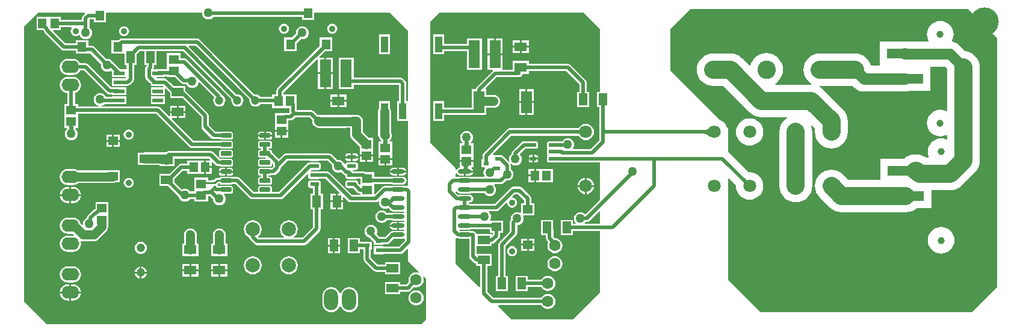
<source format=gtl>
G04*
G04 #@! TF.GenerationSoftware,Altium Limited,Altium Designer,19.1.6 (110)*
G04*
G04 Layer_Physical_Order=1*
G04 Layer_Color=255*
%FSLAX24Y24*%
%MOIN*%
G70*
G01*
G75*
%ADD14C,0.0100*%
%ADD19R,0.0472X0.0650*%
%ADD20R,0.0551X0.0472*%
%ADD21R,0.0512X0.0551*%
G04:AMPARAMS|DCode=22|XSize=21.7mil|YSize=31.5mil|CornerRadius=1.9mil|HoleSize=0mil|Usage=FLASHONLY|Rotation=270.000|XOffset=0mil|YOffset=0mil|HoleType=Round|Shape=RoundedRectangle|*
%AMROUNDEDRECTD22*
21,1,0.0217,0.0276,0,0,270.0*
21,1,0.0178,0.0315,0,0,270.0*
1,1,0.0039,-0.0138,-0.0089*
1,1,0.0039,-0.0138,0.0089*
1,1,0.0039,0.0138,0.0089*
1,1,0.0039,0.0138,-0.0089*
%
%ADD22ROUNDEDRECTD22*%
%ADD23R,0.0630X0.1535*%
%ADD24R,0.0472X0.0551*%
%ADD25R,0.0453X0.0531*%
%ADD26R,0.0531X0.0453*%
%ADD27R,0.0138X0.0157*%
%ADD28R,0.0551X0.0512*%
%ADD29R,0.0709X0.0512*%
%ADD30R,0.0650X0.0472*%
%ADD31R,0.0315X0.0236*%
%ADD32R,0.0606X0.1236*%
%ADD33O,0.0748X0.0236*%
%ADD34R,0.2008X0.0551*%
G04:AMPARAMS|DCode=35|XSize=21.7mil|YSize=49.2mil|CornerRadius=1.9mil|HoleSize=0mil|Usage=FLASHONLY|Rotation=90.000|XOffset=0mil|YOffset=0mil|HoleType=Round|Shape=RoundedRectangle|*
%AMROUNDEDRECTD35*
21,1,0.0217,0.0453,0,0,90.0*
21,1,0.0178,0.0492,0,0,90.0*
1,1,0.0039,0.0227,0.0089*
1,1,0.0039,0.0227,-0.0089*
1,1,0.0039,-0.0227,-0.0089*
1,1,0.0039,-0.0227,0.0089*
%
%ADD35ROUNDEDRECTD35*%
G04:AMPARAMS|DCode=36|XSize=23.6mil|YSize=57.1mil|CornerRadius=2mil|HoleSize=0mil|Usage=FLASHONLY|Rotation=90.000|XOffset=0mil|YOffset=0mil|HoleType=Round|Shape=RoundedRectangle|*
%AMROUNDEDRECTD36*
21,1,0.0236,0.0531,0,0,90.0*
21,1,0.0196,0.0571,0,0,90.0*
1,1,0.0040,0.0265,0.0098*
1,1,0.0040,0.0265,-0.0098*
1,1,0.0040,-0.0265,-0.0098*
1,1,0.0040,-0.0265,0.0098*
%
%ADD36ROUNDEDRECTD36*%
%ADD37R,0.0598X0.0236*%
%ADD38R,0.0394X0.0906*%
%ADD71C,0.0200*%
%ADD72C,0.0500*%
%ADD73C,0.0630*%
%ADD74C,0.1000*%
%ADD75C,0.0591*%
%ADD76C,0.1575*%
%ADD77C,0.0630*%
%ADD78C,0.0354*%
%ADD79O,0.0787X0.1181*%
%ADD80O,0.0984X0.0689*%
%ADD81C,0.0394*%
%ADD82C,0.0787*%
%ADD83C,0.0472*%
%ADD84C,0.1024*%
%ADD85C,0.0886*%
%ADD86C,0.0709*%
%ADD87C,0.0500*%
G36*
X31750Y26500D02*
Y22651D01*
X31747Y22602D01*
X31689Y22602D01*
X31654Y22638D01*
Y23590D01*
X31638Y23668D01*
X31594Y23734D01*
X31594Y23734D01*
X31484Y23844D01*
X31418Y23888D01*
X31340Y23904D01*
X28736D01*
Y25018D01*
X27906D01*
Y23282D01*
X28736D01*
Y23496D01*
X31246D01*
Y22602D01*
X31153D01*
Y21497D01*
X31747Y21497D01*
X31750Y21448D01*
Y17929D01*
X31711Y17898D01*
X31680Y17904D01*
X31543D01*
X31541Y17905D01*
X31456Y17922D01*
X30944D01*
X30859Y17905D01*
X30856Y17904D01*
X30464D01*
X30386Y17888D01*
X30319Y17844D01*
X29926Y17450D01*
X29876Y17471D01*
Y17996D01*
X30856D01*
X30859Y17995D01*
X30944Y17978D01*
X31456D01*
X31541Y17995D01*
X31613Y18043D01*
X31661Y18115D01*
X31678Y18200D01*
X31661Y18285D01*
X31613Y18357D01*
X31541Y18405D01*
X31456Y18422D01*
X30944D01*
X30859Y18405D01*
X30856Y18404D01*
X29876D01*
Y18671D01*
X29400D01*
X29373Y18688D01*
X29295Y18704D01*
X28894D01*
X28860Y18711D01*
X28711D01*
X28682Y18746D01*
X28701Y18789D01*
X28860D01*
X28907Y18799D01*
X28946Y18825D01*
X28973Y18865D01*
X28982Y18911D01*
Y19089D01*
X28973Y19135D01*
X28946Y19175D01*
X28907Y19201D01*
X28860Y19211D01*
X28407D01*
X28360Y19201D01*
X28321Y19175D01*
X28294Y19135D01*
X28288Y19103D01*
X28277Y19100D01*
X28237Y19102D01*
X28206Y19177D01*
X28150Y19250D01*
X28077Y19306D01*
X27991Y19341D01*
X27900Y19353D01*
X27843Y19346D01*
X27544Y19644D01*
X27478Y19688D01*
X27400Y19704D01*
X26827D01*
X26793Y19711D01*
X26340D01*
X26306Y19704D01*
X24985D01*
X24907Y19688D01*
X24841Y19644D01*
X24616Y19420D01*
X24566Y19420D01*
X24311Y19675D01*
X24311Y19675D01*
X24311Y19675D01*
X24289Y19690D01*
X24211Y19768D01*
Y19798D01*
X24201Y19845D01*
X24175Y19885D01*
X24135Y19911D01*
X24088Y19920D01*
X24027D01*
Y19980D01*
X24088D01*
X24135Y19989D01*
X24175Y20015D01*
X24201Y20055D01*
X24211Y20102D01*
Y20298D01*
X24201Y20345D01*
X24175Y20385D01*
X24135Y20411D01*
X24088Y20420D01*
X23557D01*
X23511Y20411D01*
X23471Y20385D01*
X23444Y20345D01*
X23435Y20298D01*
Y20102D01*
X23444Y20055D01*
X23471Y20015D01*
X23511Y19989D01*
X23557Y19980D01*
X23619D01*
Y19920D01*
X23557D01*
X23511Y19911D01*
X23471Y19885D01*
X23444Y19845D01*
X23435Y19798D01*
Y19602D01*
X23444Y19555D01*
X23471Y19515D01*
X23511Y19489D01*
X23557Y19480D01*
X23886D01*
X23892Y19470D01*
X23866Y19420D01*
X23557D01*
X23511Y19411D01*
X23471Y19385D01*
X23444Y19345D01*
X23435Y19298D01*
Y19102D01*
X23444Y19055D01*
X23471Y19015D01*
X23511Y18989D01*
X23557Y18980D01*
X24088D01*
X24135Y18989D01*
X24175Y19015D01*
X24201Y19055D01*
X24211Y19102D01*
Y19133D01*
X24257Y19152D01*
X24296Y19113D01*
Y18984D01*
X24216Y18904D01*
X24146D01*
X24135Y18911D01*
X24088Y18920D01*
X23557D01*
X23511Y18911D01*
X23471Y18885D01*
X23444Y18845D01*
X23435Y18798D01*
Y18602D01*
X23444Y18555D01*
X23471Y18515D01*
X23511Y18489D01*
X23557Y18480D01*
X23619D01*
Y18420D01*
X23557D01*
X23511Y18411D01*
X23471Y18385D01*
X23444Y18345D01*
X23435Y18298D01*
Y18102D01*
X23444Y18055D01*
X23471Y18015D01*
X23511Y17989D01*
X23557Y17980D01*
X24088D01*
X24135Y17989D01*
X24175Y18015D01*
X24201Y18055D01*
X24211Y18102D01*
Y18298D01*
X24201Y18345D01*
X24175Y18385D01*
X24135Y18411D01*
X24088Y18420D01*
X24027D01*
Y18480D01*
X24088D01*
X24135Y18489D01*
X24146Y18496D01*
X24300D01*
X24378Y18512D01*
X24444Y18556D01*
X24644Y18756D01*
X24688Y18822D01*
X24704Y18900D01*
Y18930D01*
X25070Y19296D01*
X26306D01*
X26340Y19289D01*
X26793D01*
X26827Y19296D01*
X27316D01*
X27555Y19057D01*
X27547Y19000D01*
X27559Y18909D01*
X27594Y18823D01*
X27650Y18750D01*
X27723Y18694D01*
X27809Y18659D01*
X27900Y18647D01*
X27991Y18659D01*
X28040Y18679D01*
X28172Y18548D01*
X28238Y18503D01*
X28285Y18494D01*
Y18411D01*
X28294Y18365D01*
X28321Y18325D01*
X28360Y18299D01*
X28407Y18289D01*
X28860D01*
X28891Y18295D01*
X28934Y18296D01*
X29124D01*
Y18006D01*
X29074Y17985D01*
X28982Y18078D01*
Y18089D01*
X28973Y18135D01*
X28946Y18175D01*
X28907Y18201D01*
X28860Y18211D01*
X28407D01*
X28360Y18201D01*
X28321Y18175D01*
X28294Y18135D01*
X28285Y18089D01*
Y17911D01*
X28294Y17865D01*
X28321Y17825D01*
X28360Y17799D01*
X28407Y17789D01*
X28693D01*
X28937Y17546D01*
X28937Y17546D01*
X28937Y17546D01*
X28970Y17524D01*
X29003Y17502D01*
X29003Y17502D01*
X29003Y17502D01*
X29045Y17494D01*
X29081Y17486D01*
X29124Y17469D01*
Y17404D01*
X28654D01*
X27414Y18644D01*
X27348Y18688D01*
X27270Y18704D01*
X26827D01*
X26793Y18711D01*
X26389D01*
X26369Y18756D01*
X26396Y18789D01*
X26793D01*
X26840Y18799D01*
X26879Y18825D01*
X26906Y18865D01*
X26915Y18911D01*
Y19089D01*
X26906Y19135D01*
X26879Y19175D01*
X26840Y19201D01*
X26793Y19211D01*
X26340D01*
X26293Y19201D01*
X26292Y19200D01*
X26232Y19188D01*
X26166Y19144D01*
X24606Y17584D01*
X24225D01*
X24211Y17602D01*
Y17798D01*
X24201Y17845D01*
X24175Y17885D01*
X24135Y17911D01*
X24088Y17920D01*
X23557D01*
X23511Y17911D01*
X23471Y17885D01*
X23444Y17845D01*
X23435Y17798D01*
Y17602D01*
X23420Y17584D01*
X23204D01*
X22444Y18344D01*
X22378Y18388D01*
X22300Y18404D01*
X22000D01*
X21989Y18411D01*
X21943Y18420D01*
X21412D01*
X21365Y18411D01*
X21325Y18385D01*
X21304Y18353D01*
X21168D01*
X21110Y18341D01*
X21060Y18308D01*
X21003Y18251D01*
X20881D01*
Y18225D01*
X20676D01*
Y18371D01*
X19924D01*
Y17596D01*
X19690D01*
X19650Y17650D01*
X19577Y17706D01*
X19491Y17741D01*
X19400Y17753D01*
X19309Y17741D01*
X19229Y17708D01*
X18825Y18112D01*
Y18297D01*
X19274Y18746D01*
X19529D01*
Y18574D01*
X20465D01*
Y18950D01*
Y19326D01*
X19529D01*
Y19154D01*
X19190D01*
X19112Y19138D01*
X19046Y19094D01*
X18536Y18585D01*
X17975D01*
Y17913D01*
X18448D01*
X19064Y17296D01*
X19094Y17223D01*
X19150Y17150D01*
X19223Y17094D01*
X19309Y17059D01*
X19400Y17047D01*
X19491Y17059D01*
X19577Y17094D01*
X19650Y17150D01*
X19679Y17189D01*
X19924D01*
Y17029D01*
X20676D01*
Y17337D01*
X20793D01*
X20949Y17181D01*
X20959Y17109D01*
X20994Y17023D01*
X21050Y16950D01*
X21123Y16894D01*
X21209Y16859D01*
X21300Y16847D01*
X21391Y16859D01*
X21477Y16894D01*
X21550Y16950D01*
X21606Y17023D01*
X21641Y17109D01*
X21653Y17200D01*
X21641Y17291D01*
X21606Y17377D01*
X21565Y17430D01*
X21590Y17480D01*
X21943D01*
X21989Y17489D01*
X22029Y17515D01*
X22056Y17555D01*
X22065Y17602D01*
Y17798D01*
X22056Y17845D01*
X22029Y17885D01*
X21989Y17911D01*
X21943Y17920D01*
X21667D01*
X21659Y17922D01*
X21659Y17922D01*
X21659Y17922D01*
X21219D01*
Y18034D01*
X21231Y18047D01*
X21304D01*
X21325Y18015D01*
X21365Y17989D01*
X21412Y17980D01*
X21943D01*
X21989Y17989D01*
X22000Y17996D01*
X22216D01*
X22976Y17236D01*
X23042Y17192D01*
X23120Y17176D01*
X24690D01*
X24768Y17192D01*
X24834Y17236D01*
X26168Y18570D01*
X26218Y18549D01*
Y18411D01*
X26227Y18365D01*
X26254Y18325D01*
X26293Y18299D01*
X26340Y18289D01*
X26793D01*
X26824Y18295D01*
X26867Y18296D01*
X27186D01*
X27961Y17521D01*
X27941Y17475D01*
X27851D01*
Y17100D01*
X28137D01*
Y17279D01*
X28184Y17298D01*
X28426Y17056D01*
X28492Y17012D01*
X28570Y16996D01*
X28570Y16996D01*
X29964D01*
X30042Y17012D01*
X30104Y17053D01*
X30119Y17048D01*
X30151Y17028D01*
X30147Y17000D01*
X30159Y16909D01*
X30194Y16823D01*
X30250Y16750D01*
X30323Y16694D01*
X30409Y16659D01*
X30500Y16647D01*
X30591Y16659D01*
X30659Y16687D01*
X30715Y16630D01*
X30739Y16605D01*
X30754Y16588D01*
X30757Y16585D01*
X30757Y16584D01*
X30763Y16578D01*
X30786Y16543D01*
X30859Y16495D01*
X30944Y16478D01*
X31456D01*
X31501Y16487D01*
X31548Y16451D01*
Y16449D01*
X31501Y16413D01*
X31456Y16422D01*
X30944D01*
X30886Y16411D01*
X30578D01*
X30543Y16457D01*
X30470Y16513D01*
X30384Y16548D01*
X30293Y16560D01*
X30202Y16548D01*
X30117Y16513D01*
X30043Y16457D01*
X29987Y16383D01*
X29952Y16298D01*
X29940Y16207D01*
X29952Y16116D01*
X29987Y16030D01*
X30043Y15957D01*
X30117Y15901D01*
X30202Y15866D01*
X30293Y15854D01*
X30384Y15866D01*
X30470Y15901D01*
X30543Y15957D01*
X30578Y16003D01*
X30846D01*
X30859Y15995D01*
X30944Y15978D01*
X31456D01*
X31501Y15987D01*
X31548Y15951D01*
Y15949D01*
X31501Y15913D01*
X31456Y15922D01*
X31250D01*
Y15700D01*
Y15478D01*
X31456D01*
X31501Y15487D01*
X31548Y15451D01*
Y15449D01*
X31501Y15413D01*
X31456Y15422D01*
X30944D01*
X30859Y15405D01*
X30838Y15392D01*
X30822Y15388D01*
X30756Y15344D01*
X30490Y15078D01*
X30181D01*
X30015Y15245D01*
X30041Y15309D01*
X30053Y15400D01*
X30041Y15491D01*
X30006Y15577D01*
X29950Y15650D01*
X29877Y15706D01*
X29791Y15741D01*
X29700Y15753D01*
X29609Y15741D01*
X29523Y15706D01*
X29450Y15650D01*
X29394Y15577D01*
X29359Y15491D01*
X29347Y15400D01*
X29359Y15309D01*
X29394Y15223D01*
X29450Y15150D01*
X29523Y15094D01*
X29609Y15059D01*
X29626Y15057D01*
X29857Y14825D01*
Y14638D01*
X30372D01*
Y14670D01*
X30574D01*
X30652Y14686D01*
X30718Y14730D01*
X30966Y14978D01*
X31456D01*
X31526Y14992D01*
X31576Y14963D01*
Y14884D01*
X31240Y14548D01*
X30372D01*
Y14562D01*
X29857D01*
Y14126D01*
X30372D01*
Y14140D01*
X31324D01*
X31402Y14156D01*
X31468Y14200D01*
X31704Y14435D01*
X31750Y14416D01*
Y13750D01*
X32365Y13135D01*
X32337Y13092D01*
X32308Y13104D01*
X32200Y13119D01*
X32092Y13104D01*
X31991Y13062D01*
X31904Y12996D01*
X31838Y12909D01*
X31796Y12808D01*
X31781Y12700D01*
X31796Y12592D01*
X31798Y12586D01*
X31664Y12453D01*
X31325D01*
Y12585D01*
X30475D01*
Y11913D01*
X31325D01*
Y12045D01*
X31749D01*
X31827Y12060D01*
X31893Y12105D01*
X32086Y12298D01*
X32092Y12296D01*
X32200Y12281D01*
X32308Y12296D01*
X32409Y12338D01*
X32496Y12404D01*
X32562Y12491D01*
X32604Y12592D01*
X32619Y12700D01*
X32604Y12808D01*
X32592Y12837D01*
X32635Y12865D01*
X32750Y12750D01*
Y10500D01*
X32500Y10250D01*
X11750D01*
X10500Y11500D01*
Y26750D01*
X10750Y27000D01*
X11250Y27500D01*
X13835D01*
X13856Y27450D01*
X13756Y27350D01*
X13712Y27284D01*
X13696Y27206D01*
Y27104D01*
X12515D01*
Y27266D01*
X11863D01*
X11863Y27266D01*
X11826D01*
Y27266D01*
X11813Y27266D01*
X11174D01*
Y26534D01*
X11538D01*
X11568Y26504D01*
X11574Y26473D01*
X11618Y26407D01*
X12556Y25470D01*
X12622Y25425D01*
X12700Y25410D01*
X13362D01*
Y25238D01*
X14035D01*
Y25261D01*
X14150D01*
X14755Y24657D01*
X14747Y24600D01*
X14759Y24509D01*
X14794Y24423D01*
X14850Y24350D01*
X14923Y24294D01*
X15009Y24259D01*
X15100Y24247D01*
X15191Y24259D01*
X15277Y24294D01*
X15295Y24309D01*
X15343Y24261D01*
Y23932D01*
X16111Y23932D01*
X16129Y23900D01*
X16111Y23868D01*
X16044D01*
X16041Y23869D01*
X16037Y23868D01*
X16029D01*
X16029Y23868D01*
X16028Y23868D01*
X15343D01*
Y23432D01*
X16028D01*
X16029Y23432D01*
X16029Y23432D01*
X16037D01*
X16041Y23431D01*
X16044Y23432D01*
X16142D01*
Y23445D01*
X16161Y23446D01*
X16220D01*
X16298Y23462D01*
X16364Y23506D01*
X16514Y23656D01*
X16558Y23722D01*
X16574Y23800D01*
Y24625D01*
X16706D01*
Y25186D01*
X16891Y25371D01*
X17136D01*
Y24625D01*
X17269D01*
Y24557D01*
X17257Y24545D01*
X17212Y24479D01*
X17197Y24401D01*
Y23949D01*
X17197Y23949D01*
X17197Y23949D01*
X17204Y23911D01*
X17212Y23871D01*
X17212Y23871D01*
X17212Y23871D01*
X17232Y23842D01*
X17257Y23805D01*
X17257Y23805D01*
X17257Y23805D01*
X17396Y23665D01*
X17396Y23665D01*
X17396Y23665D01*
X17396Y23665D01*
X17429Y23643D01*
X17454Y23627D01*
X17501Y23580D01*
Y23432D01*
X18182D01*
X18192Y23418D01*
X18166Y23368D01*
X17501D01*
Y22932D01*
X18299D01*
Y23278D01*
X18345Y23297D01*
X18575Y23068D01*
Y22765D01*
X19267D01*
X20306Y21726D01*
Y21200D01*
X20322Y21122D01*
X20366Y21056D01*
X20866Y20556D01*
X20932Y20512D01*
X21010Y20496D01*
X21354D01*
X21365Y20489D01*
X21412Y20480D01*
X21943D01*
X21989Y20489D01*
X22029Y20515D01*
X22056Y20555D01*
X22065Y20602D01*
Y20798D01*
X22056Y20845D01*
X22029Y20885D01*
X21989Y20911D01*
X21943Y20920D01*
X21412D01*
X21365Y20911D01*
X21354Y20904D01*
X21094D01*
X20714Y21284D01*
Y21810D01*
X20698Y21888D01*
X20654Y21954D01*
X19425Y23184D01*
Y23437D01*
X18782D01*
X18565Y23655D01*
X18565Y23655D01*
X18565Y23655D01*
X18425Y23794D01*
X18425Y23794D01*
X18425Y23794D01*
X18425Y23794D01*
X18398Y23813D01*
X18359Y23838D01*
X18359Y23838D01*
X18359Y23838D01*
X18324Y23845D01*
X18299Y23850D01*
Y23868D01*
X17818D01*
X17809Y23882D01*
X17834Y23932D01*
X18299D01*
Y23964D01*
X18396D01*
Y23929D01*
X18858D01*
X19174Y23613D01*
X19241Y23569D01*
X19319Y23553D01*
X19482D01*
X19494Y23523D01*
X19550Y23450D01*
X19623Y23394D01*
X19709Y23359D01*
X19800Y23347D01*
X19891Y23359D01*
X19977Y23394D01*
X20050Y23450D01*
X20106Y23523D01*
X20141Y23609D01*
X20145Y23640D01*
X20192Y23656D01*
X21016Y22832D01*
X21006Y22820D01*
X20972Y22738D01*
X20961Y22650D01*
X20972Y22562D01*
X21006Y22480D01*
X21060Y22410D01*
X21130Y22356D01*
X21212Y22322D01*
X21300Y22311D01*
X21388Y22322D01*
X21470Y22356D01*
X21540Y22410D01*
X21594Y22480D01*
X21628Y22562D01*
X21639Y22650D01*
X21628Y22738D01*
X21594Y22820D01*
X21540Y22890D01*
X21470Y22944D01*
X21438Y22957D01*
X21436Y22967D01*
X21392Y23033D01*
X19491Y24934D01*
X19425Y24978D01*
X19347Y24993D01*
X19147D01*
Y25271D01*
X18396D01*
Y24559D01*
Y24372D01*
X17918D01*
X17898Y24368D01*
X17699D01*
X17666Y24418D01*
X17676Y24472D01*
X17676Y24472D01*
Y24625D01*
X17809D01*
Y25371D01*
X19291D01*
X21967Y22695D01*
X21961Y22650D01*
X21972Y22562D01*
X22006Y22480D01*
X22060Y22410D01*
X22130Y22356D01*
X22212Y22322D01*
X22300Y22311D01*
X22388Y22322D01*
X22470Y22356D01*
X22540Y22410D01*
X22594Y22480D01*
X22628Y22562D01*
X22639Y22650D01*
X22628Y22738D01*
X22594Y22820D01*
X22540Y22890D01*
X22470Y22944D01*
X22388Y22978D01*
X22300Y22989D01*
X22255Y22983D01*
X19614Y25625D01*
X19633Y25671D01*
X19991D01*
X22967Y22695D01*
X22961Y22650D01*
X22972Y22562D01*
X23006Y22480D01*
X23060Y22410D01*
X23130Y22356D01*
X23212Y22322D01*
X23300Y22311D01*
X23388Y22322D01*
X23470Y22356D01*
X23540Y22410D01*
X23567Y22446D01*
X24229D01*
Y22224D01*
X25167D01*
Y22029D01*
X25175Y21988D01*
X25135Y21940D01*
X24906D01*
X24886Y21936D01*
X24374D01*
Y21224D01*
Y21000D01*
X24750D01*
X25126D01*
Y21224D01*
Y21532D01*
X25255D01*
X25333Y21547D01*
X25399Y21592D01*
X25503Y21696D01*
X26316D01*
X26455Y21557D01*
X26447Y21500D01*
X26459Y21409D01*
X26494Y21323D01*
X26550Y21250D01*
X26571Y21230D01*
X26571Y21230D01*
X26644Y21173D01*
X26729Y21138D01*
X26821Y21126D01*
X27446D01*
Y21123D01*
X28354D01*
Y21132D01*
X28547D01*
Y20765D01*
X28559Y20674D01*
X28594Y20588D01*
X28650Y20515D01*
X29074Y20091D01*
Y19859D01*
Y19635D01*
X29826D01*
Y19859D01*
Y20571D01*
X29593D01*
X29253Y20911D01*
Y21500D01*
X29241Y21591D01*
X29206Y21677D01*
X29150Y21750D01*
X29077Y21806D01*
X28991Y21841D01*
X28900Y21853D01*
X28700D01*
X28609Y21841D01*
X28602Y21838D01*
X27906D01*
X27883Y21835D01*
X27446D01*
Y21832D01*
X26913D01*
X26891Y21841D01*
X26800Y21853D01*
X26743Y21846D01*
X26544Y22044D01*
X26478Y22088D01*
X26400Y22104D01*
X25584D01*
X25575Y22114D01*
Y22444D01*
X25571Y22464D01*
Y22976D01*
X24865D01*
Y23091D01*
X26718Y24944D01*
X26764Y24925D01*
Y24200D01*
X27129D01*
Y25018D01*
X26857D01*
X26838Y25064D01*
X27154Y25380D01*
X27538D01*
Y26132D01*
X26866D01*
Y25669D01*
X24517Y23320D01*
X24473Y23254D01*
X24457Y23176D01*
Y22976D01*
X24229D01*
Y22854D01*
X23567D01*
X23540Y22890D01*
X23470Y22944D01*
X23388Y22978D01*
X23300Y22989D01*
X23255Y22983D01*
X20219Y26019D01*
X20153Y26063D01*
X20075Y26079D01*
X15889D01*
X15810Y26063D01*
X15744Y26019D01*
X15715Y25989D01*
X15331D01*
Y25238D01*
X16003D01*
X16034Y25201D01*
Y24625D01*
X16166D01*
Y24408D01*
X16142Y24368D01*
X16116Y24368D01*
X15813D01*
X15437Y24744D01*
X15412Y24760D01*
X15406Y24777D01*
X15350Y24850D01*
X15277Y24906D01*
X15191Y24941D01*
X15100Y24953D01*
X15043Y24945D01*
X14379Y25610D01*
X14313Y25654D01*
X14235Y25669D01*
X14035D01*
Y25989D01*
X13362D01*
Y25818D01*
X12785D01*
X12114Y26488D01*
X12133Y26534D01*
X12515D01*
Y26696D01*
X13098D01*
X13122Y26646D01*
X13102Y26620D01*
X13074Y26552D01*
X13065Y26480D01*
X13074Y26408D01*
X13102Y26340D01*
X13146Y26282D01*
X13204Y26238D01*
X13272Y26210D01*
X13344Y26200D01*
X13416Y26210D01*
X13484Y26238D01*
X13522Y26267D01*
X13580Y26257D01*
X13594Y26223D01*
X13650Y26150D01*
X13723Y26094D01*
X13809Y26059D01*
X13900Y26047D01*
X13991Y26059D01*
X14077Y26094D01*
X14150Y26150D01*
X14206Y26223D01*
X14241Y26309D01*
X14253Y26400D01*
X14241Y26491D01*
X14206Y26577D01*
X14150Y26650D01*
X14104Y26685D01*
Y27121D01*
X14125Y27142D01*
X14346D01*
Y26971D01*
X15019D01*
Y27500D01*
X20347D01*
X20359Y27409D01*
X20394Y27323D01*
X20450Y27250D01*
X20523Y27194D01*
X20609Y27159D01*
X20700Y27147D01*
X20791Y27159D01*
X20877Y27194D01*
X20950Y27250D01*
X20976Y27284D01*
X25882D01*
Y27113D01*
X26554D01*
Y27500D01*
X30750D01*
X31750Y26500D01*
D02*
G37*
G36*
X16042Y23764D02*
X16048Y23761D01*
X16057Y23758D01*
X16069Y23756D01*
X16085Y23754D01*
X16155Y23751D01*
X16220Y23750D01*
Y23550D01*
X16186Y23550D01*
X16057Y23542D01*
X16048Y23539D01*
X16042Y23536D01*
X16041Y23533D01*
Y23767D01*
X16042Y23764D01*
D02*
G37*
G36*
X48452Y20648D02*
X48423Y20676D01*
X48394Y20701D01*
X48364Y20724D01*
X48335Y20743D01*
X48305Y20759D01*
X48275Y20772D01*
X48244Y20783D01*
X48214Y20790D01*
X48183Y20795D01*
X48153Y20796D01*
Y20996D01*
X48183Y20998D01*
X48214Y21002D01*
X48244Y21009D01*
X48275Y21020D01*
X48305Y21033D01*
X48335Y21049D01*
X48364Y21069D01*
X48394Y21091D01*
X48423Y21116D01*
X48452Y21144D01*
Y20648D01*
D02*
G37*
G36*
X42400Y26600D02*
Y23125D01*
X42215D01*
Y22275D01*
X42347D01*
Y21000D01*
Y20436D01*
X41866Y19954D01*
X40909D01*
X40887Y19999D01*
X40906Y20023D01*
X40941Y20109D01*
X40953Y20200D01*
X40941Y20291D01*
X40906Y20377D01*
X40850Y20450D01*
X40777Y20506D01*
X40691Y20541D01*
X40600Y20553D01*
X40509Y20541D01*
X40423Y20506D01*
X40350Y20450D01*
X40302Y20386D01*
X39710D01*
X39702Y20385D01*
X39564D01*
X39517Y20375D01*
X39478Y20349D01*
X39451Y20309D01*
X39442Y20263D01*
Y20085D01*
X39451Y20039D01*
X39461Y20024D01*
X39474Y19987D01*
X39461Y19950D01*
X39451Y19935D01*
X39442Y19889D01*
Y19711D01*
X39451Y19665D01*
X39461Y19650D01*
X39474Y19613D01*
X39461Y19576D01*
X39451Y19561D01*
X39442Y19515D01*
Y19337D01*
X39451Y19291D01*
X39478Y19251D01*
X39517Y19225D01*
X39564Y19215D01*
X39840D01*
X39874Y19222D01*
X42400D01*
Y17148D01*
X41598Y16346D01*
X41550Y16350D01*
X41477Y16406D01*
X41391Y16441D01*
X41300Y16453D01*
X41209Y16441D01*
X41123Y16406D01*
X41050Y16350D01*
X40994Y16277D01*
X40959Y16191D01*
X40947Y16100D01*
X40959Y16009D01*
X40994Y15923D01*
X41048Y15854D01*
X41043Y15829D01*
X41035Y15804D01*
X40899D01*
Y16025D01*
X40227D01*
Y15175D01*
X40899D01*
Y15396D01*
X42400D01*
Y12000D01*
X40900Y10500D01*
X37500D01*
X36750Y11250D01*
X36769Y11296D01*
X39135D01*
X39138Y11291D01*
X39204Y11204D01*
X39291Y11138D01*
X39392Y11096D01*
X39500Y11081D01*
X39608Y11096D01*
X39709Y11138D01*
X39796Y11204D01*
X39862Y11291D01*
X39904Y11392D01*
X39919Y11500D01*
X39904Y11608D01*
X39862Y11709D01*
X39796Y11796D01*
X39709Y11862D01*
X39608Y11904D01*
X39500Y11919D01*
X39392Y11904D01*
X39291Y11862D01*
X39204Y11796D01*
X39138Y11709D01*
X39135Y11704D01*
X36484D01*
X36154Y12034D01*
Y13463D01*
X36375D01*
Y14135D01*
X35554D01*
Y14565D01*
X36375D01*
Y14697D01*
X36400D01*
X36478Y14713D01*
X36544Y14757D01*
X36798Y15011D01*
X36842Y15077D01*
X36858Y15155D01*
Y15296D01*
X37029D01*
Y15969D01*
X36327D01*
X36302Y16019D01*
X36306Y16023D01*
X36341Y16109D01*
X36353Y16200D01*
X36341Y16291D01*
X36306Y16377D01*
X36252Y16446D01*
X36257Y16471D01*
X36265Y16496D01*
X36635D01*
X36713Y16512D01*
X36779Y16556D01*
X37192Y16968D01*
X37243Y16949D01*
X37250Y16899D01*
X37278Y16832D01*
X37322Y16774D01*
X37380Y16729D01*
X37448Y16701D01*
X37520Y16692D01*
X37592Y16701D01*
X37660Y16729D01*
X37718Y16774D01*
X37762Y16832D01*
X37790Y16899D01*
X37800Y16971D01*
X37790Y17044D01*
X37762Y17111D01*
X37718Y17169D01*
X37660Y17213D01*
X37592Y17241D01*
X37542Y17248D01*
X37523Y17300D01*
X37680Y17456D01*
X37842D01*
X38182Y17116D01*
Y16953D01*
X38011D01*
Y16437D01*
X37961Y16412D01*
X37891Y16441D01*
X37800Y16453D01*
X37709Y16441D01*
X37623Y16406D01*
X37550Y16350D01*
X37494Y16277D01*
X37459Y16191D01*
X37447Y16100D01*
X37455Y16042D01*
X37412Y15978D01*
X37396Y15900D01*
Y15384D01*
X36805Y14793D01*
X36760Y14727D01*
X36745Y14649D01*
Y12925D01*
X36613D01*
Y12075D01*
X37285D01*
Y12925D01*
X37153D01*
Y14564D01*
X37744Y15156D01*
X37788Y15222D01*
X37804Y15300D01*
X37804Y15300D01*
Y15747D01*
X37891Y15759D01*
X37977Y15794D01*
X38050Y15850D01*
X38106Y15923D01*
X38141Y16009D01*
X38153Y16100D01*
X38141Y16191D01*
X38125Y16231D01*
X38158Y16281D01*
X38762D01*
Y16953D01*
X38590D01*
Y17200D01*
X38575Y17278D01*
X38530Y17344D01*
X38070Y17804D01*
X38004Y17848D01*
X37926Y17864D01*
X37595D01*
X37517Y17848D01*
X37451Y17804D01*
X36551Y16904D01*
X35244D01*
X35241Y16905D01*
X35156Y16922D01*
X35104D01*
Y16978D01*
X35156D01*
X35241Y16995D01*
X35314Y17043D01*
X35362Y17115D01*
X35379Y17200D01*
X35362Y17285D01*
X35314Y17357D01*
X35241Y17405D01*
X35156Y17422D01*
X34644D01*
X34559Y17405D01*
X34557Y17404D01*
X34524D01*
X34400Y17528D01*
Y17583D01*
X34450Y17598D01*
X34487Y17543D01*
X34559Y17495D01*
X34644Y17478D01*
X35156D01*
X35241Y17495D01*
X35244Y17496D01*
X35995D01*
X36030Y17450D01*
X36103Y17394D01*
X36189Y17359D01*
X36280Y17347D01*
X36371Y17359D01*
X36457Y17394D01*
X36530Y17450D01*
X36586Y17523D01*
X36621Y17609D01*
X36633Y17700D01*
X36621Y17791D01*
X36586Y17877D01*
X36532Y17946D01*
X36537Y17971D01*
X36545Y17996D01*
X36880D01*
X36958Y18012D01*
X37024Y18056D01*
X37178Y18210D01*
X37235Y18202D01*
X37327Y18214D01*
X37412Y18250D01*
X37485Y18306D01*
X37541Y18379D01*
X37576Y18464D01*
X37588Y18555D01*
X37576Y18647D01*
X37541Y18732D01*
X37485Y18805D01*
X37439Y18840D01*
Y19045D01*
X37427Y19105D01*
X37472Y19134D01*
X37523Y19094D01*
X37609Y19059D01*
X37700Y19047D01*
X37791Y19059D01*
X37877Y19094D01*
X37950Y19150D01*
X38006Y19223D01*
X38041Y19309D01*
X38053Y19400D01*
X38041Y19491D01*
X38006Y19577D01*
X37950Y19650D01*
X37949Y19661D01*
X38258Y19970D01*
X38526D01*
X38560Y19963D01*
X38836D01*
X38883Y19973D01*
X38922Y19999D01*
X38949Y20039D01*
X38958Y20085D01*
Y20263D01*
X38949Y20309D01*
X38922Y20349D01*
X38883Y20375D01*
X38836Y20385D01*
X38560D01*
X38526Y20378D01*
X38174D01*
X38096Y20362D01*
X38030Y20318D01*
X38030Y20318D01*
X37556Y19844D01*
X37512Y19778D01*
X37496Y19700D01*
Y19685D01*
X37450Y19650D01*
X37394Y19577D01*
X37359Y19491D01*
X37347Y19400D01*
X37359Y19309D01*
X37379Y19260D01*
X37337Y19232D01*
X37018Y19550D01*
X36972Y19581D01*
Y19624D01*
X36483D01*
X36462Y19674D01*
X37481Y20692D01*
X41192D01*
X41202Y20667D01*
X41275Y20572D01*
X41370Y20499D01*
X41480Y20453D01*
X41599Y20438D01*
X41717Y20453D01*
X41828Y20499D01*
X41923Y20572D01*
X41996Y20667D01*
X42041Y20777D01*
X42057Y20896D01*
X42041Y21015D01*
X41996Y21125D01*
X41923Y21220D01*
X41828Y21293D01*
X41717Y21339D01*
X41599Y21354D01*
X41480Y21339D01*
X41370Y21293D01*
X41275Y21220D01*
X41202Y21125D01*
X41192Y21100D01*
X37396D01*
X37318Y21084D01*
X37252Y21040D01*
X35941Y19729D01*
X35897Y19663D01*
X35881Y19585D01*
Y19368D01*
X35828D01*
Y18932D01*
X35994D01*
X36017Y18882D01*
X35974Y18827D01*
X35939Y18741D01*
X35927Y18650D01*
X35939Y18559D01*
X35974Y18473D01*
X35993Y18449D01*
X35971Y18404D01*
X35244D01*
X35241Y18405D01*
X35156Y18422D01*
X34644D01*
X34559Y18405D01*
X34557Y18404D01*
X34400D01*
Y18583D01*
X34450Y18598D01*
X34487Y18543D01*
X34559Y18495D01*
X34644Y18478D01*
X34850D01*
Y18700D01*
X34900D01*
Y18750D01*
X35369D01*
X35362Y18785D01*
X35314Y18857D01*
X35281Y18879D01*
X35296Y18929D01*
X35376D01*
Y19235D01*
X35000D01*
X34624D01*
Y18929D01*
X34582Y18910D01*
X34559Y18905D01*
X34487Y18857D01*
X34450Y18802D01*
X34400Y18817D01*
Y18900D01*
X33000Y20300D01*
Y27000D01*
X33500Y27500D01*
X41500D01*
X42400Y26600D01*
D02*
G37*
G36*
X35131Y19030D02*
X35114Y19023D01*
X35099Y19013D01*
X35086Y18999D01*
X35075Y18981D01*
X35066Y18959D01*
X35059Y18933D01*
X35058Y18924D01*
X35059Y18915D01*
X35066Y18889D01*
X35075Y18867D01*
X35086Y18849D01*
X35099Y18835D01*
X35114Y18825D01*
X35131Y18819D01*
X35150Y18817D01*
X34750D01*
X34769Y18819D01*
X34786Y18825D01*
X34801Y18835D01*
X34814Y18849D01*
X34825Y18867D01*
X34834Y18889D01*
X34841Y18915D01*
X34843Y18924D01*
X34841Y18933D01*
X34834Y18959D01*
X34825Y18981D01*
X34814Y18999D01*
X34801Y19013D01*
X34786Y19023D01*
X34769Y19030D01*
X34750Y19032D01*
X35150D01*
X35131Y19030D01*
D02*
G37*
G36*
X36595Y18823D02*
X36579Y18808D01*
X36522Y18743D01*
X36519Y18737D01*
X36517Y18733D01*
X36517Y18730D01*
X36360Y18887D01*
X36363Y18887D01*
X36367Y18889D01*
X36373Y18892D01*
X36380Y18897D01*
X36399Y18913D01*
X36438Y18949D01*
X36453Y18965D01*
X36595Y18823D01*
D02*
G37*
G36*
X28876Y18602D02*
X28882Y18602D01*
X28947Y18600D01*
X29075Y18600D01*
Y18400D01*
X28874Y18397D01*
Y18603D01*
X28876Y18602D01*
D02*
G37*
G36*
X26809D02*
X26816Y18602D01*
X26880Y18600D01*
X27008Y18600D01*
Y18400D01*
X26807Y18397D01*
Y18603D01*
X26809Y18602D01*
D02*
G37*
G36*
X21393Y18250D02*
X21428Y18250D01*
X21578Y18260D01*
X21591Y18263D01*
X21601Y18267D01*
X21606Y18271D01*
Y18129D01*
X21601Y18133D01*
X21591Y18137D01*
X21578Y18140D01*
X21562Y18143D01*
X21519Y18147D01*
X21428Y18150D01*
X21393Y18150D01*
Y18100D01*
X21392Y18110D01*
X21389Y18118D01*
X21384Y18126D01*
X21377Y18132D01*
X21368Y18138D01*
X21357Y18142D01*
X21343Y18146D01*
X21328Y18148D01*
X21311Y18149D01*
X21291Y18150D01*
Y18250D01*
X21311Y18250D01*
X21328Y18252D01*
X21343Y18254D01*
X21357Y18258D01*
X21368Y18262D01*
X21377Y18268D01*
X21384Y18274D01*
X21389Y18282D01*
X21392Y18290D01*
X21393Y18300D01*
Y18250D01*
D02*
G37*
G36*
X20574Y18163D02*
X20577Y18154D01*
X20582Y18147D01*
X20589Y18140D01*
X20598Y18135D01*
X20610Y18130D01*
X20623Y18127D01*
X20638Y18124D01*
X20655Y18123D01*
X20674Y18122D01*
Y18022D01*
X20655Y18022D01*
X20638Y18020D01*
X20623Y18018D01*
X20610Y18014D01*
X20598Y18010D01*
X20589Y18004D01*
X20582Y17998D01*
X20577Y17990D01*
X20574Y17982D01*
X20573Y17972D01*
Y18172D01*
X20574Y18163D01*
D02*
G37*
G36*
X31517Y17802D02*
X31522Y17801D01*
X31621Y17800D01*
X31680Y17800D01*
Y17600D01*
X31514Y17598D01*
Y17802D01*
X31517Y17802D01*
D02*
G37*
G36*
X21397Y17812D02*
Y17588D01*
X21393Y17593D01*
X21385Y17599D01*
X21373Y17603D01*
X21358Y17607D01*
X21340Y17610D01*
X21317Y17613D01*
X21261Y17617D01*
X21191Y17618D01*
X21211Y17818D01*
X21397Y17812D01*
D02*
G37*
G36*
X29227Y17546D02*
X29225Y17554D01*
X29221Y17562D01*
X29214Y17568D01*
X29203Y17574D01*
X29190Y17579D01*
X29174Y17583D01*
X29155Y17586D01*
X29133Y17589D01*
X29081Y17590D01*
Y17790D01*
X29109Y17791D01*
X29155Y17794D01*
X29174Y17798D01*
X29190Y17802D01*
X29203Y17807D01*
X29214Y17812D01*
X29221Y17819D01*
X29225Y17827D01*
X29227Y17835D01*
Y17546D01*
D02*
G37*
G36*
X20798Y17541D02*
Y17441D01*
X20556Y17641D01*
X20596Y17642D01*
X20634Y17647D01*
X20671Y17654D01*
X20707Y17664D01*
X20742Y17676D01*
X20775Y17692D01*
X20808Y17710D01*
X20839Y17731D01*
X20869Y17755D01*
X20898Y17782D01*
X20798Y17541D01*
D02*
G37*
G36*
X64400Y26100D02*
X64400Y12300D01*
X63000Y10900D01*
X51300Y10900D01*
X49500Y12700D01*
X49500Y18299D01*
X49546Y18318D01*
X49920Y17945D01*
X49916Y17904D01*
X49930Y17756D01*
X49973Y17614D01*
X50043Y17483D01*
X50138Y17368D01*
X50253Y17274D01*
X50384Y17204D01*
X50526Y17161D01*
X50674Y17146D01*
X50821Y17161D01*
X50964Y17204D01*
X51095Y17274D01*
X51210Y17368D01*
X51304Y17483D01*
X51374Y17614D01*
X51417Y17756D01*
X51432Y17904D01*
X51417Y18052D01*
X51374Y18194D01*
X51304Y18325D01*
X51210Y18440D01*
X51095Y18534D01*
X50964Y18604D01*
X50821Y18647D01*
X50674Y18662D01*
X50633Y18658D01*
X49508Y19783D01*
X49500Y19789D01*
X49500Y21100D01*
X49396Y21204D01*
X49335Y21317D01*
X49241Y21432D01*
X49126Y21526D01*
X49013Y21587D01*
X46300Y24300D01*
X46300Y26600D01*
X47400Y27700D01*
X62800D01*
X64400Y26100D01*
D02*
G37*
G36*
X30855Y16922D02*
X30925Y16863D01*
X30957Y16841D01*
X30986Y16824D01*
X31014Y16812D01*
X31038Y16806D01*
X31061Y16804D01*
X31081Y16808D01*
X31099Y16817D01*
X30842Y16641D01*
X30839Y16646D01*
X30833Y16653D01*
X30814Y16674D01*
X30693Y16799D01*
X30816Y16959D01*
X30855Y16922D01*
D02*
G37*
G36*
X34586Y16598D02*
X34583Y16598D01*
X34578Y16599D01*
X34479Y16600D01*
X34420Y16600D01*
Y16800D01*
X34586Y16802D01*
Y16598D01*
D02*
G37*
G36*
X42400Y16506D02*
Y15804D01*
X41565D01*
X41557Y15829D01*
X41552Y15854D01*
X41584Y15895D01*
X41598Y15896D01*
X41640D01*
X41718Y15912D01*
X41784Y15956D01*
X42354Y16525D01*
X42400Y16506D01*
D02*
G37*
G36*
X36278Y15296D02*
X36450D01*
Y15247D01*
X36423Y15225D01*
X36375Y15237D01*
Y15237D01*
X35546D01*
X35538Y15278D01*
X35494Y15344D01*
X35428Y15388D01*
X35350Y15404D01*
X35244D01*
X35241Y15405D01*
X35156Y15422D01*
X34644D01*
X34605Y15415D01*
X34583Y15439D01*
X34609Y15485D01*
X34644Y15478D01*
X35156D01*
X35241Y15495D01*
X35244Y15496D01*
X36278D01*
Y15296D01*
D02*
G37*
G36*
X36274Y15023D02*
X36278Y15018D01*
X36284Y15014D01*
X36293Y15011D01*
X36304Y15008D01*
X36318Y15005D01*
X36335Y15004D01*
X36376Y15001D01*
X36400Y15001D01*
Y14801D01*
X36376Y14801D01*
X36318Y14797D01*
X36304Y14795D01*
X36293Y14792D01*
X36284Y14788D01*
X36278Y14784D01*
X36274Y14780D01*
X36272Y14775D01*
Y15028D01*
X36274Y15023D01*
D02*
G37*
G36*
X34520Y14996D02*
X34557D01*
X34559Y14995D01*
X34644Y14978D01*
X35146D01*
Y14000D01*
X35162Y13922D01*
X35206Y13856D01*
X35407Y13655D01*
X35407Y13655D01*
X35473Y13610D01*
X35525Y13600D01*
Y13463D01*
X35746D01*
Y12319D01*
X35700Y12300D01*
X34400Y13600D01*
Y14986D01*
X34450Y15010D01*
X34520Y14996D01*
D02*
G37*
%LPC*%
G36*
X27556Y26902D02*
X27484Y26892D01*
X27417Y26864D01*
X27359Y26820D01*
X27314Y26762D01*
X27286Y26695D01*
X27277Y26622D01*
X27286Y26550D01*
X27314Y26482D01*
X27359Y26424D01*
X27417Y26380D01*
X27484Y26352D01*
X27556Y26343D01*
X27629Y26352D01*
X27696Y26380D01*
X27754Y26424D01*
X27799Y26482D01*
X27826Y26550D01*
X27836Y26622D01*
X27826Y26695D01*
X27799Y26762D01*
X27754Y26820D01*
X27696Y26864D01*
X27629Y26892D01*
X27556Y26902D01*
D02*
G37*
G36*
X24879D02*
X24807Y26892D01*
X24740Y26864D01*
X24682Y26820D01*
X24637Y26762D01*
X24609Y26695D01*
X24600Y26622D01*
X24609Y26550D01*
X24637Y26482D01*
X24682Y26424D01*
X24740Y26380D01*
X24807Y26352D01*
X24879Y26343D01*
X24952Y26352D01*
X25019Y26380D01*
X25077Y26424D01*
X25121Y26482D01*
X25149Y26550D01*
X25159Y26622D01*
X25149Y26695D01*
X25121Y26762D01*
X25077Y26820D01*
X25019Y26864D01*
X24952Y26892D01*
X24879Y26902D01*
D02*
G37*
G36*
X16021Y26760D02*
X15949Y26750D01*
X15881Y26722D01*
X15824Y26678D01*
X15779Y26620D01*
X15751Y26552D01*
X15742Y26480D01*
X15751Y26408D01*
X15779Y26340D01*
X15824Y26282D01*
X15881Y26238D01*
X15949Y26210D01*
X16021Y26200D01*
X16094Y26210D01*
X16161Y26238D01*
X16219Y26282D01*
X16263Y26340D01*
X16291Y26408D01*
X16301Y26480D01*
X16291Y26552D01*
X16263Y26620D01*
X16219Y26678D01*
X16161Y26722D01*
X16094Y26750D01*
X16021Y26760D01*
D02*
G37*
G36*
X25900Y26753D02*
X25809Y26741D01*
X25723Y26706D01*
X25650Y26650D01*
X25594Y26577D01*
X25559Y26491D01*
X25547Y26400D01*
X25552Y26363D01*
X25321Y26132D01*
X24897D01*
Y25380D01*
X25570D01*
Y25804D01*
X25823Y26057D01*
X25900Y26047D01*
X25991Y26059D01*
X26077Y26094D01*
X26150Y26150D01*
X26206Y26223D01*
X26241Y26309D01*
X26253Y26400D01*
X26241Y26491D01*
X26206Y26577D01*
X26150Y26650D01*
X26077Y26706D01*
X25991Y26741D01*
X25900Y26753D01*
D02*
G37*
G36*
X30747Y26303D02*
X30153D01*
Y25198D01*
X30747D01*
Y26303D01*
D02*
G37*
G36*
X27594Y25018D02*
X27229D01*
Y24200D01*
X27594D01*
Y25018D01*
D02*
G37*
G36*
Y24100D02*
X27229D01*
Y23282D01*
X27594D01*
Y24100D01*
D02*
G37*
G36*
X27129D02*
X26764D01*
Y23282D01*
X27129D01*
Y24100D01*
D02*
G37*
G36*
X13198Y24948D02*
X12902D01*
X12786Y24933D01*
X12678Y24888D01*
X12585Y24817D01*
X12514Y24724D01*
X12469Y24616D01*
X12454Y24500D01*
X12469Y24384D01*
X12514Y24276D01*
X12585Y24183D01*
X12678Y24112D01*
X12786Y24067D01*
X12902Y24052D01*
X13198D01*
X13314Y24067D01*
X13422Y24112D01*
X13515Y24183D01*
X13586Y24276D01*
X13594Y24296D01*
X13816D01*
X15088Y23024D01*
X15154Y22980D01*
X15232Y22964D01*
X15343D01*
Y22932D01*
X16142D01*
Y23368D01*
X15744D01*
X15724Y23372D01*
X15316D01*
X14044Y24644D01*
X13978Y24688D01*
X13900Y24704D01*
X13594D01*
X13586Y24724D01*
X13515Y24817D01*
X13422Y24888D01*
X13314Y24933D01*
X13198Y24948D01*
D02*
G37*
G36*
X28354Y22977D02*
X27950D01*
Y22671D01*
X28354D01*
Y22977D01*
D02*
G37*
G36*
X27850D02*
X27446D01*
Y22671D01*
X27850D01*
Y22977D01*
D02*
G37*
G36*
X18299Y22868D02*
X17501D01*
Y22432D01*
X18299D01*
Y22868D01*
D02*
G37*
G36*
X13198Y23948D02*
X12902D01*
X12786Y23933D01*
X12678Y23888D01*
X12585Y23817D01*
X12514Y23724D01*
X12469Y23616D01*
X12454Y23500D01*
X12469Y23384D01*
X12514Y23276D01*
X12585Y23183D01*
X12678Y23112D01*
X12786Y23067D01*
X12896Y23052D01*
Y22456D01*
X12724D01*
Y21744D01*
Y21114D01*
X12852D01*
X12869Y21064D01*
X12850Y21050D01*
X12794Y20977D01*
X12759Y20891D01*
X12747Y20800D01*
X12759Y20709D01*
X12794Y20623D01*
X12850Y20550D01*
X12923Y20494D01*
X13009Y20459D01*
X13100Y20447D01*
X13191Y20459D01*
X13277Y20494D01*
X13350Y20550D01*
X13406Y20623D01*
X13441Y20709D01*
X13453Y20800D01*
X13441Y20891D01*
X13406Y20977D01*
X13350Y21050D01*
X13331Y21064D01*
X13348Y21114D01*
X13476D01*
Y21744D01*
Y21896D01*
X17816D01*
X19656Y20056D01*
X19722Y20012D01*
X19800Y19996D01*
X21354D01*
X21365Y19989D01*
X21412Y19980D01*
X21943D01*
X21989Y19989D01*
X22029Y20015D01*
X22056Y20055D01*
X22065Y20102D01*
Y20298D01*
X22056Y20345D01*
X22029Y20385D01*
X21989Y20411D01*
X21943Y20420D01*
X21412D01*
X21365Y20411D01*
X21354Y20404D01*
X19884D01*
X18672Y21616D01*
X18691Y21663D01*
X18950D01*
Y21949D01*
X18575D01*
Y21779D01*
X18529Y21759D01*
X18044Y22244D01*
X17978Y22288D01*
X17900Y22304D01*
X14756D01*
X14753Y22354D01*
X14791Y22359D01*
X14877Y22394D01*
X14944Y22446D01*
X15343D01*
Y22432D01*
X16142D01*
Y22868D01*
X15343D01*
Y22854D01*
X15015D01*
X15006Y22877D01*
X14950Y22950D01*
X14877Y23006D01*
X14791Y23041D01*
X14700Y23053D01*
X14609Y23041D01*
X14523Y23006D01*
X14450Y22950D01*
X14394Y22877D01*
X14359Y22791D01*
X14347Y22700D01*
X14359Y22609D01*
X14394Y22523D01*
X14450Y22450D01*
X14523Y22394D01*
X14609Y22359D01*
X14647Y22354D01*
X14644Y22304D01*
X13476D01*
Y22456D01*
X13304D01*
Y23066D01*
X13314Y23067D01*
X13422Y23112D01*
X13515Y23183D01*
X13586Y23276D01*
X13631Y23384D01*
X13646Y23500D01*
X13631Y23616D01*
X13586Y23724D01*
X13515Y23817D01*
X13422Y23888D01*
X13314Y23933D01*
X13198Y23948D01*
D02*
G37*
G36*
X28354Y22571D02*
X27950D01*
Y22265D01*
X28354D01*
Y22571D01*
D02*
G37*
G36*
X27850D02*
X27446D01*
Y22265D01*
X27850D01*
Y22571D01*
D02*
G37*
G36*
X19425Y22335D02*
X19050D01*
Y22049D01*
X19425D01*
Y22335D01*
D02*
G37*
G36*
X18950D02*
X18575D01*
Y22049D01*
X18950D01*
Y22335D01*
D02*
G37*
G36*
X19425Y21949D02*
X19050D01*
Y21663D01*
X19425D01*
Y21949D01*
D02*
G37*
G36*
X24088Y20920D02*
X23873D01*
Y20750D01*
X24211D01*
Y20798D01*
X24201Y20845D01*
X24175Y20885D01*
X24135Y20911D01*
X24088Y20920D01*
D02*
G37*
G36*
X23773D02*
X23557D01*
X23511Y20911D01*
X23471Y20885D01*
X23444Y20845D01*
X23435Y20798D01*
Y20750D01*
X23773D01*
Y20920D01*
D02*
G37*
G36*
X25126Y20900D02*
X24800D01*
Y20594D01*
X25126D01*
Y20900D01*
D02*
G37*
G36*
X24700D02*
X24374D01*
Y20594D01*
X24700D01*
Y20900D01*
D02*
G37*
G36*
X24211Y20650D02*
X23873D01*
Y20480D01*
X24088D01*
X24135Y20489D01*
X24175Y20515D01*
X24201Y20555D01*
X24211Y20602D01*
Y20650D01*
D02*
G37*
G36*
X23773D02*
X23435D01*
Y20602D01*
X23444Y20555D01*
X23471Y20515D01*
X23511Y20489D01*
X23557Y20480D01*
X23773D01*
Y20650D01*
D02*
G37*
G36*
X16280Y21035D02*
X16208Y21026D01*
X16140Y20998D01*
X16082Y20954D01*
X16038Y20896D01*
X16010Y20828D01*
X16000Y20756D01*
X16010Y20684D01*
X16038Y20616D01*
X16082Y20558D01*
X16140Y20514D01*
X16208Y20486D01*
X16280Y20476D01*
X16352Y20486D01*
X16420Y20514D01*
X16478Y20558D01*
X16522Y20616D01*
X16550Y20684D01*
X16560Y20756D01*
X16550Y20828D01*
X16522Y20896D01*
X16478Y20954D01*
X16420Y20998D01*
X16352Y21026D01*
X16280Y21035D01*
D02*
G37*
G36*
X15789Y20738D02*
X15464D01*
Y20452D01*
X15789D01*
Y20738D01*
D02*
G37*
G36*
X15364D02*
X15038D01*
Y20452D01*
X15364D01*
Y20738D01*
D02*
G37*
G36*
X15789Y20352D02*
X15464D01*
Y20065D01*
X15789D01*
Y20352D01*
D02*
G37*
G36*
X15364D02*
X15038D01*
Y20065D01*
X15364D01*
Y20352D01*
D02*
G37*
G36*
X20830Y19834D02*
X18490D01*
X18412Y19818D01*
X18346Y19774D01*
X18338Y19762D01*
X18273Y19770D01*
X17146D01*
X17055Y19758D01*
X17043Y19754D01*
X16771D01*
Y19081D01*
X17043D01*
X17055Y19076D01*
X17146Y19064D01*
X17975D01*
Y19015D01*
X18236D01*
X18248Y19010D01*
X18339Y18998D01*
X18400D01*
X18491Y19010D01*
X18503Y19015D01*
X18825D01*
Y19426D01*
X20746D01*
X20800Y19372D01*
X20781Y19326D01*
X20565D01*
Y19000D01*
X20871D01*
Y19235D01*
X20917Y19255D01*
X21116Y19056D01*
X21182Y19012D01*
X21260Y18996D01*
X21354D01*
X21365Y18989D01*
X21412Y18980D01*
X21943D01*
X21989Y18989D01*
X22029Y19015D01*
X22056Y19055D01*
X22065Y19102D01*
Y19298D01*
X22056Y19345D01*
X22029Y19385D01*
X21989Y19411D01*
X21943Y19420D01*
X21412D01*
X21365Y19411D01*
X21354Y19404D01*
X21344D01*
X20974Y19774D01*
X20908Y19818D01*
X20830Y19834D01*
D02*
G37*
G36*
X28860Y19711D02*
X28683D01*
Y19550D01*
X28982D01*
Y19589D01*
X28973Y19635D01*
X28946Y19675D01*
X28907Y19701D01*
X28860Y19711D01*
D02*
G37*
G36*
X28583D02*
X28407D01*
X28360Y19701D01*
X28321Y19675D01*
X28294Y19635D01*
X28285Y19589D01*
Y19550D01*
X28583D01*
Y19711D01*
D02*
G37*
G36*
X21943Y19920D02*
X21412D01*
X21365Y19911D01*
X21325Y19885D01*
X21299Y19845D01*
X21289Y19798D01*
Y19602D01*
X21299Y19555D01*
X21325Y19515D01*
X21365Y19489D01*
X21412Y19480D01*
X21943D01*
X21989Y19489D01*
X22029Y19515D01*
X22056Y19555D01*
X22065Y19602D01*
Y19798D01*
X22056Y19845D01*
X22029Y19885D01*
X21989Y19911D01*
X21943Y19920D01*
D02*
G37*
G36*
X30747Y22602D02*
X30153D01*
Y22238D01*
X30144Y22226D01*
X30109Y22141D01*
X30097Y22050D01*
Y20750D01*
X30109Y20659D01*
X30144Y20573D01*
X30200Y20500D01*
X30250Y20450D01*
X30292Y20418D01*
X30285Y20371D01*
X30124D01*
Y19659D01*
Y19435D01*
X30500D01*
Y19385D01*
D01*
Y19435D01*
X30876D01*
Y19659D01*
Y20371D01*
X30715D01*
X30708Y20418D01*
X30750Y20450D01*
X30806Y20523D01*
X30841Y20609D01*
X30853Y20700D01*
X30841Y20791D01*
X30806Y20877D01*
X30803Y20880D01*
Y22050D01*
X30791Y22141D01*
X30756Y22226D01*
X30747Y22238D01*
Y22602D01*
D02*
G37*
G36*
X28982Y19450D02*
X28683D01*
Y19289D01*
X28860D01*
X28907Y19299D01*
X28946Y19325D01*
X28973Y19365D01*
X28982Y19411D01*
Y19450D01*
D02*
G37*
G36*
X28583D02*
X28285D01*
Y19411D01*
X28294Y19365D01*
X28321Y19325D01*
X28360Y19299D01*
X28407Y19289D01*
X28583D01*
Y19450D01*
D02*
G37*
G36*
X29826Y19535D02*
X29500D01*
Y19229D01*
X29826D01*
Y19535D01*
D02*
G37*
G36*
X29400D02*
X29074D01*
Y19229D01*
X29400D01*
Y19535D01*
D02*
G37*
G36*
X30876Y19335D02*
X30550D01*
Y19029D01*
X30876D01*
Y19335D01*
D02*
G37*
G36*
X30450D02*
X30124D01*
Y19029D01*
X30450D01*
Y19335D01*
D02*
G37*
G36*
X31456Y18922D02*
X31250D01*
Y18750D01*
X31668D01*
X31661Y18785D01*
X31613Y18857D01*
X31541Y18905D01*
X31456Y18922D01*
D02*
G37*
G36*
X21943Y18920D02*
X21727D01*
Y18750D01*
X22065D01*
Y18798D01*
X22056Y18845D01*
X22029Y18885D01*
X21989Y18911D01*
X21943Y18920D01*
D02*
G37*
G36*
X21627D02*
X21412D01*
X21365Y18911D01*
X21325Y18885D01*
X21299Y18845D01*
X21289Y18798D01*
Y18750D01*
X21627D01*
Y18920D01*
D02*
G37*
G36*
X31150Y18922D02*
X30944D01*
X30859Y18905D01*
X30786Y18857D01*
X30738Y18785D01*
X30731Y18750D01*
X31150D01*
Y18922D01*
D02*
G37*
G36*
X20871Y18900D02*
X20565D01*
Y18574D01*
X20871D01*
Y18900D01*
D02*
G37*
G36*
X22065Y18650D02*
X21727D01*
Y18480D01*
X21943D01*
X21989Y18489D01*
X22029Y18515D01*
X22056Y18555D01*
X22065Y18602D01*
Y18650D01*
D02*
G37*
G36*
X21627D02*
X21289D01*
Y18602D01*
X21299Y18555D01*
X21325Y18515D01*
X21365Y18489D01*
X21412Y18480D01*
X21627D01*
Y18650D01*
D02*
G37*
G36*
X31668D02*
X31250D01*
Y18478D01*
X31456D01*
X31541Y18495D01*
X31613Y18543D01*
X31661Y18615D01*
X31668Y18650D01*
D02*
G37*
G36*
X31150D02*
X30731D01*
X30738Y18615D01*
X30786Y18543D01*
X30859Y18495D01*
X30944Y18478D01*
X31150D01*
Y18650D01*
D02*
G37*
G36*
X13198Y18848D02*
X12902D01*
X12786Y18833D01*
X12678Y18788D01*
X12585Y18717D01*
X12514Y18624D01*
X12469Y18516D01*
X12454Y18400D01*
X12469Y18284D01*
X12514Y18176D01*
X12585Y18083D01*
X12678Y18012D01*
X12786Y17967D01*
X12902Y17952D01*
X13198D01*
X13314Y17967D01*
X13422Y18012D01*
X13493Y18066D01*
X15400D01*
X15491Y18078D01*
X15536Y18097D01*
X15789D01*
Y18769D01*
X15517D01*
X15505Y18774D01*
X15414Y18786D01*
X15322Y18774D01*
X15318Y18772D01*
X13443D01*
X13422Y18788D01*
X13314Y18833D01*
X13198Y18848D01*
D02*
G37*
G36*
X16280Y18358D02*
X16208Y18349D01*
X16140Y18321D01*
X16082Y18276D01*
X16038Y18219D01*
X16010Y18151D01*
X16000Y18079D01*
X16010Y18006D01*
X16038Y17939D01*
X16082Y17881D01*
X16140Y17837D01*
X16208Y17809D01*
X16280Y17799D01*
X16352Y17809D01*
X16420Y17837D01*
X16478Y17881D01*
X16522Y17939D01*
X16550Y18006D01*
X16560Y18079D01*
X16550Y18151D01*
X16522Y18219D01*
X16478Y18276D01*
X16420Y18321D01*
X16352Y18349D01*
X16280Y18358D01*
D02*
G37*
G36*
X13198Y17848D02*
X13100D01*
Y17450D01*
X13639D01*
X13631Y17516D01*
X13586Y17624D01*
X13515Y17717D01*
X13422Y17788D01*
X13314Y17833D01*
X13198Y17848D01*
D02*
G37*
G36*
X13000D02*
X12902D01*
X12786Y17833D01*
X12678Y17788D01*
X12585Y17717D01*
X12514Y17624D01*
X12469Y17516D01*
X12461Y17450D01*
X13000D01*
Y17848D01*
D02*
G37*
G36*
X27751Y17475D02*
X27465D01*
Y17100D01*
X27751D01*
Y17475D01*
D02*
G37*
G36*
X13639Y17350D02*
X13100D01*
Y16952D01*
X13198D01*
X13314Y16967D01*
X13422Y17012D01*
X13515Y17083D01*
X13586Y17176D01*
X13631Y17284D01*
X13639Y17350D01*
D02*
G37*
G36*
X13000D02*
X12461D01*
X12469Y17284D01*
X12514Y17176D01*
X12585Y17083D01*
X12678Y17012D01*
X12786Y16967D01*
X12902Y16952D01*
X13000D01*
Y17350D01*
D02*
G37*
G36*
X28137Y17000D02*
X27851D01*
Y16625D01*
X28137D01*
Y17000D01*
D02*
G37*
G36*
X27751D02*
X27465D01*
Y16625D01*
X27751D01*
Y17000D01*
D02*
G37*
G36*
X31150Y15922D02*
X30944D01*
X30859Y15905D01*
X30786Y15857D01*
X30738Y15785D01*
X30731Y15750D01*
X31150D01*
Y15922D01*
D02*
G37*
G36*
X15166Y17015D02*
X14434D01*
Y16651D01*
X14404Y16621D01*
X14373Y16615D01*
X14307Y16571D01*
X14013Y16277D01*
X13969Y16210D01*
X13953Y16132D01*
Y16118D01*
X13923Y16106D01*
X13850Y16050D01*
X13794Y15977D01*
X13759Y15891D01*
X13747Y15800D01*
X13751Y15767D01*
X13704Y15744D01*
X13630Y15818D01*
X13586Y15924D01*
X13515Y16017D01*
X13422Y16088D01*
X13314Y16133D01*
X13198Y16148D01*
X12902D01*
X12786Y16133D01*
X12678Y16088D01*
X12585Y16017D01*
X12514Y15924D01*
X12469Y15816D01*
X12454Y15700D01*
X12469Y15584D01*
X12514Y15476D01*
X12585Y15383D01*
X12678Y15312D01*
X12786Y15267D01*
X12902Y15252D01*
X13198D01*
X13198Y15252D01*
X13259Y15191D01*
X13235Y15143D01*
X13198Y15148D01*
X12902D01*
X12786Y15133D01*
X12678Y15088D01*
X12585Y15017D01*
X12514Y14924D01*
X12469Y14816D01*
X12454Y14700D01*
X12469Y14584D01*
X12514Y14476D01*
X12585Y14383D01*
X12678Y14312D01*
X12786Y14267D01*
X12902Y14252D01*
X13198D01*
X13314Y14267D01*
X13422Y14312D01*
X13515Y14383D01*
X13586Y14476D01*
X13631Y14584D01*
X13646Y14700D01*
X13631Y14816D01*
X13628Y14823D01*
X13668Y14858D01*
X13749Y14847D01*
X14349D01*
X14440Y14859D01*
X14525Y14894D01*
X14598Y14950D01*
X15034Y15386D01*
X15090Y15459D01*
X15125Y15544D01*
X15137Y15636D01*
Y15674D01*
X15166D01*
Y16313D01*
X15166Y16326D01*
X15166D01*
Y16363D01*
X15166D01*
Y17015D01*
D02*
G37*
G36*
X31150Y15650D02*
X30731D01*
X30738Y15615D01*
X30786Y15543D01*
X30859Y15495D01*
X30944Y15478D01*
X31150D01*
Y15650D01*
D02*
G37*
G36*
X26793Y18211D02*
X26340D01*
X26293Y18201D01*
X26254Y18175D01*
X26227Y18135D01*
X26218Y18089D01*
Y17911D01*
X26227Y17865D01*
X26254Y17825D01*
X26293Y17799D01*
X26340Y17789D01*
X26495D01*
Y17475D01*
X26363D01*
Y16625D01*
X26495D01*
Y15613D01*
X25916Y15034D01*
X25436D01*
X25419Y15084D01*
X25502Y15148D01*
X25581Y15251D01*
X25631Y15371D01*
X25648Y15500D01*
X25631Y15629D01*
X25581Y15749D01*
X25502Y15852D01*
X25399Y15931D01*
X25279Y15981D01*
X25150Y15998D01*
X25021Y15981D01*
X24901Y15931D01*
X24798Y15852D01*
X24719Y15749D01*
X24669Y15629D01*
X24652Y15500D01*
X24669Y15371D01*
X24719Y15251D01*
X24798Y15148D01*
X24881Y15084D01*
X24864Y15034D01*
X23491D01*
X23460Y15067D01*
X23464Y15118D01*
X23502Y15148D01*
X23581Y15251D01*
X23631Y15371D01*
X23648Y15500D01*
X23631Y15629D01*
X23581Y15749D01*
X23502Y15852D01*
X23399Y15931D01*
X23279Y15981D01*
X23150Y15998D01*
X23021Y15981D01*
X22901Y15931D01*
X22798Y15852D01*
X22719Y15749D01*
X22669Y15629D01*
X22652Y15500D01*
X22669Y15371D01*
X22719Y15251D01*
X22798Y15148D01*
X22901Y15069D01*
X22953Y15047D01*
X22962Y15002D01*
X23006Y14936D01*
X23256Y14686D01*
X23322Y14642D01*
X23400Y14626D01*
X26000D01*
X26078Y14642D01*
X26144Y14686D01*
X26843Y15385D01*
X26887Y15451D01*
X26903Y15529D01*
Y16625D01*
X27035D01*
Y17475D01*
X26903D01*
Y17860D01*
X26906Y17865D01*
X26915Y17911D01*
Y18089D01*
X26906Y18135D01*
X26879Y18175D01*
X26840Y18201D01*
X26793Y18211D01*
D02*
G37*
G36*
X27985Y15025D02*
X27699D01*
Y14650D01*
X27985D01*
Y15025D01*
D02*
G37*
G36*
X27599D02*
X27313D01*
Y14650D01*
X27599D01*
Y15025D01*
D02*
G37*
G36*
X27985Y14550D02*
X27699D01*
Y14175D01*
X27985D01*
Y14550D01*
D02*
G37*
G36*
X27599D02*
X27313D01*
Y14175D01*
X27599D01*
Y14550D01*
D02*
G37*
G36*
X16950Y14817D02*
X16862Y14806D01*
X16780Y14772D01*
X16710Y14718D01*
X16656Y14648D01*
X16622Y14566D01*
X16611Y14478D01*
X16622Y14390D01*
X16656Y14308D01*
X16710Y14238D01*
X16780Y14184D01*
X16862Y14150D01*
X16950Y14139D01*
X17038Y14150D01*
X17120Y14184D01*
X17190Y14238D01*
X17244Y14308D01*
X17278Y14390D01*
X17289Y14478D01*
X17278Y14566D01*
X17244Y14648D01*
X17190Y14718D01*
X17120Y14772D01*
X17038Y14806D01*
X16950Y14817D01*
D02*
G37*
G36*
X21300Y15553D02*
X21209Y15541D01*
X21123Y15506D01*
X21050Y15450D01*
X20994Y15377D01*
X20959Y15291D01*
X20947Y15200D01*
Y14727D01*
X20846D01*
Y14015D01*
X21754D01*
Y14727D01*
X21653D01*
Y15200D01*
X21641Y15291D01*
X21606Y15377D01*
X21550Y15450D01*
X21477Y15506D01*
X21391Y15541D01*
X21300Y15553D01*
D02*
G37*
G36*
X19700D02*
X19609Y15541D01*
X19523Y15506D01*
X19450Y15450D01*
X19394Y15377D01*
X19359Y15291D01*
X19347Y15200D01*
Y14727D01*
X19246D01*
Y14015D01*
X20154D01*
Y14727D01*
X20053D01*
Y15200D01*
X20041Y15291D01*
X20006Y15377D01*
X19950Y15450D01*
X19877Y15506D01*
X19791Y15541D01*
X19700Y15553D01*
D02*
G37*
G36*
X20154Y13585D02*
X19750D01*
Y13279D01*
X20154D01*
Y13585D01*
D02*
G37*
G36*
X21754D02*
X21350D01*
Y13279D01*
X21754D01*
Y13585D01*
D02*
G37*
G36*
X19650D02*
X19246D01*
Y13279D01*
X19650D01*
Y13585D01*
D02*
G37*
G36*
X21250D02*
X20846D01*
Y13279D01*
X21250D01*
Y13585D01*
D02*
G37*
G36*
X17000Y13433D02*
Y13150D01*
X17283D01*
X17278Y13188D01*
X17244Y13270D01*
X17190Y13340D01*
X17120Y13394D01*
X17038Y13428D01*
X17000Y13433D01*
D02*
G37*
G36*
X16900D02*
X16862Y13428D01*
X16780Y13394D01*
X16710Y13340D01*
X16656Y13270D01*
X16622Y13188D01*
X16617Y13150D01*
X16900D01*
Y13433D01*
D02*
G37*
G36*
X29087Y15025D02*
X28415D01*
Y14175D01*
X29087D01*
Y14396D01*
X29228D01*
Y14382D01*
X29286D01*
Y13861D01*
X29302Y13783D01*
X29346Y13717D01*
X29856Y13207D01*
X29922Y13163D01*
X30000Y13147D01*
X30475D01*
Y13015D01*
X31325D01*
Y13687D01*
X30475D01*
Y13555D01*
X30084D01*
X29694Y13946D01*
Y14382D01*
X29743D01*
Y14818D01*
X29228D01*
Y14804D01*
X29087D01*
Y15025D01*
D02*
G37*
G36*
X25150Y13998D02*
X25021Y13981D01*
X24901Y13931D01*
X24798Y13852D01*
X24719Y13749D01*
X24669Y13629D01*
X24652Y13500D01*
X24669Y13371D01*
X24719Y13251D01*
X24798Y13148D01*
X24901Y13069D01*
X25021Y13019D01*
X25150Y13002D01*
X25279Y13019D01*
X25399Y13069D01*
X25502Y13148D01*
X25581Y13251D01*
X25631Y13371D01*
X25648Y13500D01*
X25631Y13629D01*
X25581Y13749D01*
X25502Y13852D01*
X25399Y13931D01*
X25279Y13981D01*
X25150Y13998D01*
D02*
G37*
G36*
X23150D02*
X23021Y13981D01*
X22901Y13931D01*
X22798Y13852D01*
X22719Y13749D01*
X22669Y13629D01*
X22652Y13500D01*
X22669Y13371D01*
X22719Y13251D01*
X22798Y13148D01*
X22901Y13069D01*
X23021Y13019D01*
X23150Y13002D01*
X23279Y13019D01*
X23399Y13069D01*
X23502Y13148D01*
X23581Y13251D01*
X23631Y13371D01*
X23648Y13500D01*
X23631Y13629D01*
X23581Y13749D01*
X23502Y13852D01*
X23399Y13931D01*
X23279Y13981D01*
X23150Y13998D01*
D02*
G37*
G36*
X21754Y13179D02*
X21350D01*
Y12873D01*
X21754D01*
Y13179D01*
D02*
G37*
G36*
X21250D02*
X20846D01*
Y12873D01*
X21250D01*
Y13179D01*
D02*
G37*
G36*
X20154D02*
X19750D01*
Y12873D01*
X20154D01*
Y13179D01*
D02*
G37*
G36*
X19650D02*
X19246D01*
Y12873D01*
X19650D01*
Y13179D01*
D02*
G37*
G36*
X17283Y13050D02*
X17000D01*
Y12767D01*
X17038Y12772D01*
X17120Y12806D01*
X17190Y12860D01*
X17244Y12930D01*
X17278Y13012D01*
X17283Y13050D01*
D02*
G37*
G36*
X16900D02*
X16617D01*
X16622Y13012D01*
X16656Y12930D01*
X16710Y12860D01*
X16780Y12806D01*
X16862Y12772D01*
X16900Y12767D01*
Y13050D01*
D02*
G37*
G36*
X13198Y13448D02*
X12902D01*
X12786Y13433D01*
X12678Y13388D01*
X12585Y13317D01*
X12514Y13224D01*
X12469Y13116D01*
X12454Y13000D01*
X12469Y12884D01*
X12514Y12776D01*
X12585Y12683D01*
X12678Y12612D01*
X12786Y12567D01*
X12902Y12552D01*
X13198D01*
X13314Y12567D01*
X13422Y12612D01*
X13515Y12683D01*
X13586Y12776D01*
X13631Y12884D01*
X13646Y13000D01*
X13631Y13116D01*
X13586Y13224D01*
X13515Y13317D01*
X13422Y13388D01*
X13314Y13433D01*
X13198Y13448D01*
D02*
G37*
G36*
Y12448D02*
X13100D01*
Y12050D01*
X13639D01*
X13631Y12116D01*
X13586Y12224D01*
X13515Y12317D01*
X13422Y12388D01*
X13314Y12433D01*
X13198Y12448D01*
D02*
G37*
G36*
X13000D02*
X12902D01*
X12786Y12433D01*
X12678Y12388D01*
X12585Y12317D01*
X12514Y12224D01*
X12469Y12116D01*
X12461Y12050D01*
X13000D01*
Y12448D01*
D02*
G37*
G36*
X28500Y12295D02*
X28371Y12278D01*
X28251Y12228D01*
X28148Y12149D01*
X28069Y12046D01*
X28027Y11945D01*
X27973D01*
X27931Y12046D01*
X27852Y12149D01*
X27749Y12228D01*
X27629Y12278D01*
X27500Y12295D01*
X27371Y12278D01*
X27251Y12228D01*
X27148Y12149D01*
X27069Y12046D01*
X27019Y11926D01*
X27002Y11797D01*
Y11403D01*
X27019Y11274D01*
X27069Y11154D01*
X27148Y11051D01*
X27251Y10972D01*
X27371Y10922D01*
X27500Y10905D01*
X27629Y10922D01*
X27749Y10972D01*
X27852Y11051D01*
X27931Y11154D01*
X27973Y11255D01*
X28027D01*
X28069Y11154D01*
X28148Y11051D01*
X28251Y10972D01*
X28371Y10922D01*
X28500Y10905D01*
X28629Y10922D01*
X28749Y10972D01*
X28852Y11051D01*
X28931Y11154D01*
X28981Y11274D01*
X28998Y11403D01*
Y11797D01*
X28981Y11926D01*
X28931Y12046D01*
X28852Y12149D01*
X28749Y12228D01*
X28629Y12278D01*
X28500Y12295D01*
D02*
G37*
G36*
X13639Y11950D02*
X13100D01*
Y11552D01*
X13198D01*
X13314Y11567D01*
X13422Y11612D01*
X13515Y11683D01*
X13586Y11776D01*
X13631Y11884D01*
X13639Y11950D01*
D02*
G37*
G36*
X13000D02*
X12461D01*
X12469Y11884D01*
X12514Y11776D01*
X12585Y11683D01*
X12678Y11612D01*
X12786Y11567D01*
X12902Y11552D01*
X13000D01*
Y11950D01*
D02*
G37*
G36*
X32200Y12119D02*
X32092Y12104D01*
X31991Y12062D01*
X31904Y11996D01*
X31838Y11909D01*
X31796Y11808D01*
X31781Y11700D01*
X31796Y11592D01*
X31838Y11491D01*
X31904Y11404D01*
X31991Y11338D01*
X32092Y11296D01*
X32200Y11281D01*
X32308Y11296D01*
X32409Y11338D01*
X32496Y11404D01*
X32562Y11491D01*
X32604Y11592D01*
X32619Y11700D01*
X32604Y11808D01*
X32562Y11909D01*
X32496Y11996D01*
X32409Y12062D01*
X32308Y12104D01*
X32200Y12119D01*
D02*
G37*
%LPD*%
G36*
X13281Y21213D02*
X13264Y21207D01*
X13249Y21197D01*
X13236Y21183D01*
X13225Y21165D01*
X13216Y21143D01*
X13209Y21117D01*
X13204Y21087D01*
X13201Y21053D01*
X13200Y21015D01*
X13000D01*
X12999Y21053D01*
X12996Y21087D01*
X12991Y21117D01*
X12984Y21143D01*
X12975Y21165D01*
X12964Y21183D01*
X12951Y21197D01*
X12936Y21207D01*
X12919Y21213D01*
X12900Y21215D01*
X13300D01*
X13281Y21213D01*
D02*
G37*
G36*
X30601Y20432D02*
X30604Y20398D01*
X30609Y20368D01*
X30616Y20342D01*
X30625Y20320D01*
X30636Y20302D01*
X30649Y20288D01*
X30664Y20278D01*
X30681Y20272D01*
X30700Y20270D01*
X30300D01*
X30319Y20272D01*
X30336Y20278D01*
X30351Y20288D01*
X30364Y20302D01*
X30375Y20320D01*
X30384Y20342D01*
X30391Y20368D01*
X30396Y20398D01*
X30399Y20432D01*
X30400Y20470D01*
X30600D01*
X30601Y20432D01*
D02*
G37*
%LPC*%
G36*
X38454Y25977D02*
X38050D01*
Y25671D01*
X38454D01*
Y25977D01*
D02*
G37*
G36*
X37950D02*
X37546D01*
Y25671D01*
X37950D01*
Y25977D01*
D02*
G37*
G36*
X38454Y25571D02*
X38050D01*
Y25265D01*
X38454D01*
Y25571D01*
D02*
G37*
G36*
X37950D02*
X37546D01*
Y25265D01*
X37950D01*
Y25571D01*
D02*
G37*
G36*
X36986Y26068D02*
X36621D01*
Y25250D01*
X36986D01*
Y26068D01*
D02*
G37*
G36*
X36521D02*
X36156D01*
Y25250D01*
X36521D01*
Y26068D01*
D02*
G37*
G36*
X33747Y26303D02*
X33153D01*
Y25198D01*
X33747D01*
Y25366D01*
X35014D01*
Y24332D01*
X35844D01*
Y26068D01*
X35014D01*
Y25774D01*
X33747D01*
Y26303D01*
D02*
G37*
G36*
X38712Y23268D02*
X38359D01*
Y22600D01*
X38712D01*
Y23268D01*
D02*
G37*
G36*
X38259D02*
X37906D01*
Y22600D01*
X38259D01*
Y23268D01*
D02*
G37*
G36*
X36986Y25150D02*
X36571D01*
X36156D01*
Y24332D01*
X36420D01*
X36435Y24290D01*
X36436Y24282D01*
X35547Y23393D01*
X35503Y23327D01*
X35491Y23268D01*
X35288D01*
Y22254D01*
X33747D01*
Y22602D01*
X33153D01*
Y21497D01*
X33747D01*
Y21846D01*
X35288D01*
Y21832D01*
X36094D01*
Y22247D01*
X36500D01*
X36591Y22259D01*
X36677Y22294D01*
X36750Y22350D01*
X36806Y22423D01*
X36841Y22509D01*
X36853Y22600D01*
X36841Y22691D01*
X36806Y22777D01*
X36750Y22850D01*
X36677Y22906D01*
X36591Y22941D01*
X36500Y22953D01*
X36094D01*
Y23268D01*
X36064D01*
X36045Y23314D01*
X36666Y23936D01*
X37900D01*
X37978Y23952D01*
X38044Y23996D01*
X38088Y24062D01*
X38101Y24123D01*
X38454D01*
Y24275D01*
X40525D01*
X41245Y23556D01*
Y23125D01*
X41113D01*
Y22275D01*
X41785D01*
Y23125D01*
X41653D01*
Y23640D01*
X41637Y23718D01*
X41593Y23784D01*
X40754Y24623D01*
X40688Y24668D01*
X40610Y24683D01*
X38454D01*
Y24835D01*
X37546D01*
Y24344D01*
X36986D01*
Y25150D01*
D02*
G37*
G36*
X38712Y22500D02*
X38359D01*
Y21832D01*
X38712D01*
Y22500D01*
D02*
G37*
G36*
X38259D02*
X37906D01*
Y21832D01*
X38259D01*
Y22500D01*
D02*
G37*
G36*
X38836Y19637D02*
X38748D01*
Y19476D01*
X38958D01*
Y19515D01*
X38949Y19561D01*
X38922Y19601D01*
X38883Y19627D01*
X38836Y19637D01*
D02*
G37*
G36*
X38648D02*
X38560D01*
X38513Y19627D01*
X38474Y19601D01*
X38447Y19561D01*
X38438Y19515D01*
Y19476D01*
X38648D01*
Y19637D01*
D02*
G37*
G36*
X35000Y20953D02*
X34909Y20941D01*
X34823Y20906D01*
X34750Y20850D01*
X34694Y20777D01*
X34659Y20691D01*
X34647Y20600D01*
X34659Y20509D01*
X34694Y20423D01*
X34750Y20350D01*
X34792Y20318D01*
X34785Y20271D01*
X34624D01*
Y19559D01*
Y19335D01*
X35000D01*
X35376D01*
Y19559D01*
Y20271D01*
X35215D01*
X35208Y20318D01*
X35250Y20350D01*
X35306Y20423D01*
X35341Y20509D01*
X35353Y20600D01*
X35341Y20691D01*
X35306Y20777D01*
X35250Y20850D01*
X35177Y20906D01*
X35091Y20941D01*
X35000Y20953D01*
D02*
G37*
G36*
X38958Y19376D02*
X38748D01*
Y19215D01*
X38836D01*
X38883Y19225D01*
X38922Y19251D01*
X38949Y19291D01*
X38958Y19337D01*
Y19376D01*
D02*
G37*
G36*
X38648D02*
X38438D01*
Y19337D01*
X38447Y19291D01*
X38474Y19251D01*
X38513Y19225D01*
X38560Y19215D01*
X38648D01*
Y19376D01*
D02*
G37*
G36*
X38735Y18855D02*
X38429D01*
Y18529D01*
X38735D01*
Y18855D01*
D02*
G37*
G36*
X35369Y18650D02*
X34950D01*
Y18478D01*
X35156D01*
X35241Y18495D01*
X35314Y18543D01*
X35362Y18615D01*
X35369Y18650D01*
D02*
G37*
G36*
X39771Y18855D02*
X38835D01*
Y18479D01*
Y18104D01*
X39771D01*
Y18855D01*
D02*
G37*
G36*
X38735Y18429D02*
X38429D01*
Y18104D01*
X38735D01*
Y18429D01*
D02*
G37*
G36*
X41649Y18356D02*
Y17954D01*
X42050D01*
X42041Y18023D01*
X41996Y18133D01*
X41923Y18228D01*
X41828Y18301D01*
X41717Y18347D01*
X41649Y18356D01*
D02*
G37*
G36*
X41549D02*
X41480Y18347D01*
X41370Y18301D01*
X41275Y18228D01*
X41202Y18133D01*
X41156Y18023D01*
X41147Y17954D01*
X41549D01*
Y18356D01*
D02*
G37*
G36*
X42050Y17854D02*
X41649D01*
Y17452D01*
X41717Y17461D01*
X41828Y17507D01*
X41923Y17580D01*
X41996Y17675D01*
X42041Y17785D01*
X42050Y17854D01*
D02*
G37*
G36*
X41549D02*
X41147D01*
X41156Y17785D01*
X41202Y17675D01*
X41275Y17580D01*
X41370Y17507D01*
X41480Y17461D01*
X41549Y17452D01*
Y17854D01*
D02*
G37*
G36*
X38762Y14985D02*
X38436D01*
Y14698D01*
X38762D01*
Y14985D01*
D02*
G37*
G36*
X38336D02*
X38011D01*
Y14698D01*
X38336D01*
Y14985D01*
D02*
G37*
G36*
X38762Y14598D02*
X38436D01*
Y14312D01*
X38762D01*
Y14598D01*
D02*
G37*
G36*
X38336D02*
X38011D01*
Y14312D01*
X38336D01*
Y14598D01*
D02*
G37*
G36*
X39797Y16025D02*
X39124D01*
Y15175D01*
X39393D01*
Y15007D01*
X39408Y14929D01*
X39453Y14863D01*
X39521Y14794D01*
X39485Y14707D01*
X39471Y14598D01*
X39485Y14490D01*
X39527Y14389D01*
X39593Y14302D01*
X39680Y14236D01*
X39781Y14194D01*
X39889Y14180D01*
X39998Y14194D01*
X40098Y14236D01*
X40185Y14302D01*
X40252Y14389D01*
X40293Y14490D01*
X40308Y14598D01*
X40293Y14707D01*
X40252Y14808D01*
X40185Y14894D01*
X40098Y14961D01*
X39998Y15003D01*
X39889Y15017D01*
X39877Y15015D01*
X39801Y15092D01*
Y15464D01*
X39801Y15464D01*
X39797Y15483D01*
Y16025D01*
D02*
G37*
G36*
X37520Y14574D02*
X37448Y14564D01*
X37380Y14536D01*
X37322Y14492D01*
X37278Y14434D01*
X37250Y14366D01*
X37240Y14294D01*
X37250Y14222D01*
X37278Y14154D01*
X37322Y14096D01*
X37380Y14052D01*
X37448Y14024D01*
X37520Y14015D01*
X37592Y14024D01*
X37660Y14052D01*
X37718Y14096D01*
X37762Y14154D01*
X37790Y14222D01*
X37800Y14294D01*
X37790Y14366D01*
X37762Y14434D01*
X37718Y14492D01*
X37660Y14536D01*
X37592Y14564D01*
X37520Y14574D01*
D02*
G37*
G36*
X39889Y14017D02*
X39781Y14003D01*
X39680Y13961D01*
X39593Y13894D01*
X39527Y13808D01*
X39485Y13707D01*
X39471Y13598D01*
X39485Y13490D01*
X39527Y13389D01*
X39593Y13302D01*
X39680Y13236D01*
X39781Y13194D01*
X39889Y13180D01*
X39998Y13194D01*
X40098Y13236D01*
X40185Y13302D01*
X40252Y13389D01*
X40293Y13490D01*
X40308Y13598D01*
X40293Y13707D01*
X40252Y13808D01*
X40185Y13894D01*
X40098Y13961D01*
X39998Y14003D01*
X39889Y14017D01*
D02*
G37*
G36*
X38387Y12925D02*
X37715D01*
Y12075D01*
X38387D01*
Y12296D01*
X39135D01*
X39138Y12291D01*
X39204Y12204D01*
X39291Y12138D01*
X39392Y12096D01*
X39500Y12081D01*
X39608Y12096D01*
X39709Y12138D01*
X39796Y12204D01*
X39862Y12291D01*
X39904Y12392D01*
X39919Y12500D01*
X39904Y12608D01*
X39862Y12709D01*
X39796Y12796D01*
X39709Y12862D01*
X39608Y12904D01*
X39500Y12919D01*
X39392Y12904D01*
X39291Y12862D01*
X39204Y12796D01*
X39138Y12709D01*
X39135Y12704D01*
X38387D01*
Y12925D01*
D02*
G37*
%LPD*%
G36*
X35792Y23165D02*
X35812Y22897D01*
X35821Y22848D01*
X35832Y22805D01*
X35844Y22770D01*
X35858Y22742D01*
X35874Y22721D01*
X35508D01*
X35524Y22742D01*
X35538Y22770D01*
X35550Y22805D01*
X35561Y22848D01*
X35570Y22897D01*
X35583Y23017D01*
X35590Y23165D01*
X35591Y23249D01*
X35791D01*
X35792Y23165D01*
D02*
G37*
G36*
X35870Y22371D02*
X35854Y22343D01*
X35839Y22313D01*
X35826Y22281D01*
X35815Y22247D01*
X35807Y22211D01*
X35800Y22174D01*
X35795Y22134D01*
X35792Y22093D01*
X35791Y22050D01*
X35591D01*
X35590Y22093D01*
X35582Y22174D01*
X35575Y22211D01*
X35566Y22247D01*
X35556Y22281D01*
X35543Y22313D01*
X35528Y22343D01*
X35511Y22371D01*
X35493Y22397D01*
X35889D01*
X35870Y22371D01*
D02*
G37*
G36*
X35101Y20332D02*
X35104Y20298D01*
X35109Y20268D01*
X35116Y20242D01*
X35125Y20220D01*
X35136Y20202D01*
X35149Y20188D01*
X35164Y20178D01*
X35181Y20172D01*
X35200Y20170D01*
X34800D01*
X34819Y20172D01*
X34836Y20178D01*
X34851Y20188D01*
X34864Y20202D01*
X34875Y20220D01*
X34884Y20242D01*
X34891Y20268D01*
X34896Y20298D01*
X34899Y20332D01*
X34900Y20370D01*
X35100D01*
X35101Y20332D01*
D02*
G37*
%LPC*%
G36*
X61230Y27049D02*
X61086Y27035D01*
X60948Y26993D01*
X60820Y26924D01*
X60708Y26833D01*
X60617Y26721D01*
X60548Y26593D01*
X60506Y26455D01*
X60492Y26311D01*
X60506Y26167D01*
X60548Y26028D01*
X60587Y25956D01*
X60561Y25913D01*
X59418D01*
X59282Y25927D01*
X59145Y25913D01*
X59113Y25904D01*
X57878D01*
Y24568D01*
X57376D01*
X57337Y24696D01*
X57254Y24852D01*
X57141Y24989D01*
X57004Y25102D01*
X56848Y25186D01*
X56678Y25237D01*
X56502Y25254D01*
X54556D01*
X54379Y25237D01*
X54209Y25186D01*
X54053Y25102D01*
X53916Y24989D01*
X53804Y24852D01*
X53720Y24696D01*
X53669Y24526D01*
X53651Y24350D01*
X53669Y24174D01*
X53720Y24004D01*
X53804Y23848D01*
X53916Y23711D01*
X54053Y23598D01*
X54095Y23576D01*
X54080Y23527D01*
X54077Y23527D01*
X54077Y23527D01*
X52101D01*
X52089Y23576D01*
X52112Y23588D01*
X52251Y23702D01*
X52365Y23841D01*
X52449Y23999D01*
X52501Y24171D01*
X52519Y24350D01*
X52501Y24529D01*
X52449Y24701D01*
X52365Y24859D01*
X52251Y24998D01*
X52112Y25112D01*
X51953Y25196D01*
X51782Y25249D01*
X51603Y25266D01*
X51424Y25249D01*
X51252Y25196D01*
X51094Y25112D01*
X50955Y24998D01*
X50841Y24859D01*
X50756Y24701D01*
X50719Y24577D01*
X50670Y24565D01*
X50246Y24989D01*
X50109Y25102D01*
X49952Y25186D01*
X49783Y25237D01*
X49606Y25254D01*
X49606Y25254D01*
X48650D01*
X48474Y25237D01*
X48304Y25186D01*
X48148Y25102D01*
X48011Y24989D01*
X47898Y24852D01*
X47814Y24696D01*
X47763Y24526D01*
X47746Y24350D01*
X47763Y24174D01*
X47814Y24004D01*
X47898Y23848D01*
X48011Y23711D01*
X48148Y23598D01*
X48304Y23514D01*
X48474Y23463D01*
X48650Y23446D01*
X49232D01*
X50694Y21984D01*
X50694Y21984D01*
X50831Y21871D01*
X50987Y21788D01*
X51157Y21736D01*
X51333Y21719D01*
X51333Y21719D01*
X52760D01*
X52772Y21670D01*
X52730Y21648D01*
X52593Y21536D01*
X52481Y21398D01*
X52397Y21242D01*
X52346Y21072D01*
X52328Y20896D01*
Y17904D01*
X52346Y17728D01*
X52397Y17558D01*
X52481Y17402D01*
X52593Y17264D01*
X52730Y17152D01*
X52887Y17068D01*
X53056Y17017D01*
X53233Y17000D01*
X53409Y17017D01*
X53579Y17068D01*
X53735Y17152D01*
X53872Y17264D01*
X53985Y17402D01*
X54068Y17558D01*
X54120Y17728D01*
X54137Y17904D01*
Y20896D01*
X54120Y21072D01*
X54068Y21242D01*
X54022Y21328D01*
X54063Y21358D01*
X54297Y21124D01*
Y20896D01*
X54314Y20720D01*
X54366Y20550D01*
X54449Y20394D01*
X54562Y20257D01*
X54699Y20144D01*
X54855Y20061D01*
X55025Y20009D01*
X55201Y19992D01*
X55378Y20009D01*
X55547Y20061D01*
X55704Y20144D01*
X55841Y20257D01*
X55953Y20394D01*
X56037Y20550D01*
X56088Y20720D01*
X56106Y20896D01*
Y21499D01*
X56106Y21499D01*
X56088Y21675D01*
X56037Y21845D01*
X55953Y22001D01*
X55841Y22138D01*
X55841Y22138D01*
X54716Y23263D01*
X54579Y23375D01*
X54538Y23397D01*
X54553Y23446D01*
X54556Y23446D01*
X56390D01*
X56494Y23342D01*
X56603Y23253D01*
X56727Y23186D01*
X56862Y23145D01*
X57002Y23132D01*
X59282D01*
X59422Y23145D01*
X59517Y23174D01*
X60685D01*
Y24516D01*
X61496D01*
X61611Y24401D01*
Y22068D01*
X61568Y22042D01*
X61513Y22071D01*
X61374Y22113D01*
X61230Y22128D01*
X61086Y22113D01*
X60948Y22071D01*
X60820Y22003D01*
X60708Y21911D01*
X60617Y21799D01*
X60548Y21672D01*
X60506Y21533D01*
X60492Y21389D01*
X60506Y21245D01*
X60548Y21107D01*
X60617Y20979D01*
X60708Y20867D01*
X60820Y20776D01*
X60948Y20707D01*
X61086Y20665D01*
X61230Y20651D01*
X61374Y20665D01*
X61513Y20707D01*
X61568Y20737D01*
X61611Y20711D01*
Y20516D01*
X61569Y20491D01*
X61561Y20493D01*
X61424Y20535D01*
X61280Y20549D01*
X61136Y20535D01*
X60998Y20493D01*
X60870Y20424D01*
X60758Y20333D01*
X60667Y20221D01*
X60598Y20093D01*
X60556Y19955D01*
X60542Y19811D01*
X60556Y19667D01*
X60598Y19530D01*
X60600Y19522D01*
X60575Y19480D01*
X60440D01*
X60414Y19502D01*
X60257Y19586D01*
X60088Y19637D01*
X59911Y19654D01*
X59911Y19654D01*
X59835D01*
X59659Y19637D01*
X59489Y19586D01*
X59333Y19502D01*
X59213Y19404D01*
X57928D01*
Y18254D01*
X56130D01*
X55841Y18543D01*
X55704Y18656D01*
X55547Y18739D01*
X55378Y18791D01*
X55201Y18808D01*
X55025Y18791D01*
X54855Y18739D01*
X54699Y18656D01*
X54562Y18543D01*
X54449Y18406D01*
X54366Y18250D01*
X54314Y18080D01*
X54297Y17904D01*
X54314Y17728D01*
X54366Y17558D01*
X54449Y17402D01*
X54562Y17264D01*
X55116Y16711D01*
X55116Y16711D01*
X55253Y16598D01*
X55409Y16514D01*
X55579Y16463D01*
X55755Y16446D01*
X59331D01*
X59508Y16463D01*
X59678Y16514D01*
X59834Y16598D01*
X59927Y16674D01*
X60735D01*
Y17672D01*
X61792D01*
X61792Y17672D01*
X61968Y17689D01*
X62138Y17740D01*
X62294Y17824D01*
X62431Y17937D01*
X63154Y18660D01*
X63154Y18660D01*
X63267Y18797D01*
X63350Y18953D01*
X63402Y19123D01*
X63419Y19299D01*
Y24485D01*
X63402Y24661D01*
X63350Y24831D01*
X63267Y24987D01*
X63154Y25125D01*
X63017Y25237D01*
X62861Y25321D01*
X62691Y25372D01*
X62608Y25380D01*
X62279Y25709D01*
X62174Y25795D01*
X62053Y25860D01*
X61922Y25900D01*
X61892Y25903D01*
X61869Y25947D01*
X61912Y26028D01*
X61954Y26167D01*
X61969Y26311D01*
X61954Y26455D01*
X61912Y26593D01*
X61844Y26721D01*
X61752Y26833D01*
X61640Y26924D01*
X61513Y26993D01*
X61374Y27035D01*
X61230Y27049D01*
D02*
G37*
G36*
X50674Y21654D02*
X50526Y21639D01*
X50384Y21596D01*
X50253Y21526D01*
X50138Y21432D01*
X50043Y21317D01*
X49973Y21186D01*
X49930Y21044D01*
X49916Y20896D01*
X49930Y20748D01*
X49973Y20606D01*
X50043Y20475D01*
X50138Y20360D01*
X50253Y20266D01*
X50384Y20196D01*
X50526Y20153D01*
X50674Y20138D01*
X50821Y20153D01*
X50964Y20196D01*
X51095Y20266D01*
X51210Y20360D01*
X51304Y20475D01*
X51374Y20606D01*
X51417Y20748D01*
X51432Y20896D01*
X51417Y21044D01*
X51374Y21186D01*
X51304Y21317D01*
X51210Y21432D01*
X51095Y21526D01*
X50964Y21596D01*
X50821Y21639D01*
X50674Y21654D01*
D02*
G37*
G36*
X61280Y15628D02*
X61136Y15613D01*
X60998Y15571D01*
X60870Y15503D01*
X60758Y15411D01*
X60667Y15300D01*
X60598Y15172D01*
X60556Y15033D01*
X60542Y14889D01*
X60556Y14745D01*
X60598Y14607D01*
X60667Y14479D01*
X60758Y14367D01*
X60870Y14276D01*
X60998Y14207D01*
X61136Y14165D01*
X61280Y14151D01*
X61424Y14165D01*
X61563Y14207D01*
X61690Y14276D01*
X61802Y14367D01*
X61894Y14479D01*
X61962Y14607D01*
X62004Y14745D01*
X62019Y14889D01*
X62004Y15033D01*
X61962Y15172D01*
X61894Y15300D01*
X61802Y15411D01*
X61690Y15503D01*
X61563Y15571D01*
X61424Y15613D01*
X61280Y15628D01*
D02*
G37*
%LPD*%
D14*
X20300Y18015D02*
X20357Y18072D01*
X21050D01*
Y18082D01*
X21168Y18200D01*
X21677D01*
D19*
X39461Y15600D02*
D03*
X40563D02*
D03*
X16370Y25050D02*
D03*
X17472D02*
D03*
X36949Y12500D02*
D03*
X38051D02*
D03*
X42551Y22700D02*
D03*
X41449D02*
D03*
X27649Y14600D02*
D03*
X28751D02*
D03*
X26699Y17050D02*
D03*
X27801D02*
D03*
D20*
X38386Y16617D02*
D03*
X36654Y15633D02*
D03*
X38386Y14648D02*
D03*
X15414Y18433D02*
D03*
X17146Y19417D02*
D03*
X15414Y20402D02*
D03*
D21*
X38785Y18479D02*
D03*
X39415D02*
D03*
X24585Y22600D02*
D03*
X25215D02*
D03*
X20515Y18950D02*
D03*
X19885D02*
D03*
D22*
X39702Y19426D02*
D03*
Y19800D02*
D03*
Y20174D02*
D03*
X38698D02*
D03*
Y19426D02*
D03*
D23*
X27179Y24150D02*
D03*
X28321D02*
D03*
X35429Y25200D02*
D03*
X36571D02*
D03*
D24*
X27202Y25756D02*
D03*
X26218Y27488D02*
D03*
X25234Y25756D02*
D03*
X15667Y25614D02*
D03*
X14683Y27346D02*
D03*
X13698Y25614D02*
D03*
D25*
X11500Y26900D02*
D03*
X12189D02*
D03*
D26*
X14800Y16000D02*
D03*
Y16689D02*
D03*
D27*
X21050Y18072D02*
D03*
Y17828D02*
D03*
D28*
X30500Y19385D02*
D03*
Y20015D02*
D03*
X35000Y19285D02*
D03*
Y19915D02*
D03*
X29500Y18315D02*
D03*
Y17685D02*
D03*
X29450Y20215D02*
D03*
Y19585D02*
D03*
X24750Y20950D02*
D03*
Y21580D02*
D03*
X20300Y18015D02*
D03*
Y17385D02*
D03*
X13100Y22100D02*
D03*
Y21470D02*
D03*
X18771Y24285D02*
D03*
Y24915D02*
D03*
D29*
X21300Y13229D02*
D03*
Y14371D02*
D03*
X19700Y13229D02*
D03*
Y14371D02*
D03*
X27900Y21479D02*
D03*
Y22621D02*
D03*
X38000Y25621D02*
D03*
Y24479D02*
D03*
D30*
X30900Y13351D02*
D03*
Y12249D02*
D03*
X35950Y13799D02*
D03*
Y14901D02*
D03*
X19000Y23101D02*
D03*
Y21999D02*
D03*
X18400Y18249D02*
D03*
Y19351D02*
D03*
D31*
X36715Y18894D02*
D03*
Y19406D02*
D03*
X36085Y19150D02*
D03*
X30115Y14344D02*
D03*
Y14856D02*
D03*
X29485Y14600D02*
D03*
D32*
X38309Y22550D02*
D03*
X35691D02*
D03*
D33*
X34900Y15200D02*
D03*
Y15700D02*
D03*
Y16200D02*
D03*
Y16700D02*
D03*
Y17200D02*
D03*
Y17700D02*
D03*
Y18200D02*
D03*
Y18700D02*
D03*
X31200Y15200D02*
D03*
Y15700D02*
D03*
Y16200D02*
D03*
Y16700D02*
D03*
Y17200D02*
D03*
Y17700D02*
D03*
Y18200D02*
D03*
Y18700D02*
D03*
D34*
X59282Y23850D02*
D03*
Y25228D02*
D03*
Y22472D02*
D03*
X59331Y17350D02*
D03*
Y18728D02*
D03*
Y15972D02*
D03*
D35*
X28633Y18000D02*
D03*
Y18500D02*
D03*
Y19000D02*
D03*
Y19500D02*
D03*
X26567Y18000D02*
D03*
Y18500D02*
D03*
Y19000D02*
D03*
Y19500D02*
D03*
D36*
X21677Y20700D02*
D03*
Y20200D02*
D03*
Y19700D02*
D03*
Y19200D02*
D03*
Y18700D02*
D03*
Y18200D02*
D03*
Y17700D02*
D03*
X23823Y20700D02*
D03*
Y20200D02*
D03*
Y19700D02*
D03*
Y19200D02*
D03*
Y18700D02*
D03*
Y18200D02*
D03*
Y17700D02*
D03*
D37*
X17900Y22650D02*
D03*
Y23150D02*
D03*
Y23650D02*
D03*
Y24150D02*
D03*
X15743Y22650D02*
D03*
Y23150D02*
D03*
Y23650D02*
D03*
Y24150D02*
D03*
D38*
X30450Y25750D02*
D03*
X33450D02*
D03*
Y22050D02*
D03*
X31450D02*
D03*
X30450D02*
D03*
D71*
X41640Y16100D02*
X44200Y18660D01*
Y18700D01*
X45400Y19426D02*
X49152D01*
X45400Y17900D02*
Y19426D01*
X43100Y15600D02*
X45400Y17900D01*
X40563Y15600D02*
X43100D01*
X39702Y19426D02*
X45400D01*
X39889Y14598D02*
Y14715D01*
X39597Y15007D02*
X39889Y14715D01*
X39597Y15007D02*
Y15464D01*
X39461Y15600D02*
X39597Y15464D01*
X40294Y19750D02*
X41950D01*
X40244Y19800D02*
X40294Y19750D01*
X39702Y19800D02*
X40244D01*
X41950Y19750D02*
X42551Y20351D01*
Y21000D01*
X49152Y19426D02*
X50674Y17904D01*
X40582Y20182D02*
X40600Y20200D01*
X39710Y20182D02*
X40582D01*
X39702Y20174D02*
X39710Y20182D01*
X34900Y16200D02*
X36000D01*
X34900Y15700D02*
X36430D01*
Y15633D02*
Y15700D01*
Y15633D02*
X36654D01*
Y15155D02*
Y15633D01*
X36949Y12500D02*
Y14649D01*
X37600Y15300D01*
X35950Y11950D02*
Y13799D01*
Y11950D02*
X36400Y11500D01*
X35551Y13799D02*
X35950D01*
X34900Y16700D02*
X36635D01*
X37595Y17660D01*
X37700Y19400D02*
Y19700D01*
X34900Y18200D02*
X36880D01*
X37235Y18555D02*
Y19045D01*
X36880Y18200D02*
X37235Y18555D01*
X37700Y19700D02*
X38174Y20174D01*
X38698D01*
X17900Y24150D02*
X17918Y24168D01*
X18654D01*
X18771Y24285D01*
X19743Y23757D02*
X19800Y23700D01*
X19319Y23757D02*
X19743D01*
X18791Y24285D02*
X19319Y23757D01*
X18771Y24285D02*
X18791D01*
X21248Y22702D02*
X21300Y22650D01*
X21248Y22702D02*
Y22889D01*
X19347Y24790D02*
X21248Y22889D01*
X18897Y24790D02*
X19347D01*
X18771Y24915D02*
X18897Y24790D01*
X20700Y27500D02*
X20712Y27488D01*
X26218D01*
X13900Y24500D02*
X15232Y23168D01*
X15724D01*
X15743Y23150D01*
X13050Y24500D02*
X13900D01*
X25878Y26400D02*
X25900D01*
X25234Y25756D02*
X25878Y26400D01*
X23300Y22650D02*
X24585D01*
Y22600D02*
X24661Y22676D01*
Y23176D01*
X27202Y25717D01*
Y25756D01*
X14100Y15800D02*
X14157Y15857D01*
Y16132D01*
X14451Y16426D01*
X14498D01*
X14761Y16689D01*
X14800D01*
X13900Y27206D02*
X14040Y27346D01*
X14683D01*
X13900Y26900D02*
Y27206D01*
Y26808D02*
Y26900D01*
X15667Y25614D02*
Y25653D01*
X15889Y25875D01*
X20075D01*
X23300Y22650D01*
X13900Y26400D02*
Y26808D01*
X13808Y26900D02*
X13900Y26808D01*
X12189Y26900D02*
X13808D01*
X13835Y25465D02*
X14235D01*
X13698Y25602D02*
X13835Y25465D01*
X13698Y25602D02*
Y25614D01*
X14235Y25465D02*
X15100Y24600D01*
X12700Y25614D02*
X13698D01*
X11763Y26551D02*
X12700Y25614D01*
X11763Y26551D02*
Y26598D01*
X11500Y26861D02*
X11763Y26598D01*
X11500Y26861D02*
Y26900D01*
X13100Y20800D02*
Y21470D01*
X24500Y19015D02*
X24985Y19500D01*
X24500Y19015D02*
Y19197D01*
Y18900D02*
Y19015D01*
X24167Y19531D02*
X24500Y19197D01*
X24300Y18700D02*
X24500Y18900D01*
X24985Y19500D02*
X26567D01*
X27400D02*
X27900Y19000D01*
X26567Y19500D02*
X27400D01*
X37800Y16200D02*
X37890D01*
X41300Y16100D02*
X41640D01*
X37800D02*
Y16110D01*
X37890Y16200D01*
X36085Y19585D02*
X37396Y20896D01*
X41599D01*
X36085Y19150D02*
Y19585D01*
X30934Y17200D02*
X31200D01*
X30500Y17000D02*
X30557Y17057D01*
X30791D01*
X30934Y17200D01*
X30500Y17000D02*
X30557Y16943D01*
X30691D01*
X30934Y16700D01*
X31200D01*
X29700Y15271D02*
Y15400D01*
Y15271D02*
X30115Y14856D01*
X19400Y17400D02*
X19407Y17393D01*
X20293D01*
X20300Y17385D01*
X19249Y17400D02*
X19400D01*
X18400Y18249D02*
X19249Y17400D01*
X14700Y22700D02*
X14750Y22650D01*
X15743D01*
X15100Y24600D02*
X15293D01*
X15743Y24150D01*
X25371Y22029D02*
X25500Y21900D01*
X25371Y22029D02*
Y22444D01*
X25500Y21900D02*
X26400D01*
X25419D02*
X25500D01*
X26400D02*
X26800Y21500D01*
X30450Y22050D02*
X30475Y22025D01*
X27900Y19000D02*
X28008D01*
X28316Y18692D01*
X28442D01*
X28633Y18500D01*
X30500Y20015D02*
Y20700D01*
X35000Y19915D02*
Y20600D01*
X34950Y19235D02*
X35000Y19285D01*
X34950Y18717D02*
Y19235D01*
X34933Y18700D02*
X34950Y18717D01*
X34900Y18700D02*
X34933D01*
X37900Y24140D02*
Y24479D01*
X33450Y22050D02*
X35691D01*
X35350Y14000D02*
Y15200D01*
X28321Y23700D02*
X31340D01*
X33450Y25570D02*
X35429D01*
X13100Y22100D02*
Y23500D01*
X18490Y19351D02*
Y19630D01*
X26699Y17050D02*
Y18000D01*
X42551Y21000D02*
Y22700D01*
X29490Y13861D02*
Y14600D01*
X38051Y12500D02*
X39500D01*
X37600Y15300D02*
Y15900D01*
X42655Y20896D02*
X48705D01*
X42551Y21000D02*
X42655Y20896D01*
X38000Y24479D02*
X40610D01*
X41449Y23640D01*
Y22700D02*
Y23640D01*
X37900Y24479D02*
X38000D01*
X36582Y24140D02*
X37900D01*
X35691Y23249D02*
X36582Y24140D01*
X35691Y22550D02*
Y23249D01*
X36715Y19406D02*
X36874D01*
X37235Y19045D01*
X38386Y16617D02*
Y17200D01*
X37926Y17660D02*
X38386Y17200D01*
X37595Y17660D02*
X37926D01*
X34900Y17700D02*
X36280D01*
Y18650D02*
X36524Y18894D01*
X36715D01*
X33450Y25570D02*
Y25750D01*
X35429Y25200D02*
Y25570D01*
X35950Y14901D02*
X36400D01*
X36654Y15155D01*
X34900Y16700D02*
Y17200D01*
X34440D02*
X34900D01*
X34040Y17600D02*
X34440Y17200D01*
X34040Y17600D02*
Y18000D01*
X34240Y18200D01*
X34900D01*
X34420Y16700D02*
X34900D01*
X34320Y16600D02*
X34420Y16700D01*
X34320Y15400D02*
Y16600D01*
Y15400D02*
X34520Y15200D01*
X34900D01*
X35350D01*
Y14000D02*
X35551Y13799D01*
X36400Y11500D02*
X39500D01*
X33450Y22050D02*
Y22050D01*
X35691D02*
Y22550D01*
X24585Y22600D02*
Y22650D01*
X21219Y17200D02*
X21300D01*
X20878Y17541D02*
X21219Y17200D01*
X20798Y17541D02*
X20878D01*
X21050Y17793D02*
X21125Y17718D01*
X21659D01*
X20300Y17385D02*
X20456Y17541D01*
X20798D01*
X21050Y17793D01*
X21659Y17718D02*
X21677Y17700D01*
X18400Y18249D02*
X18489D01*
X19190Y18950D01*
X19885D01*
X23823Y18200D02*
Y18700D01*
X24300D01*
X24160Y19531D02*
X24167D01*
X23990Y19700D02*
X24160Y19531D01*
X23823Y19700D02*
X23990D01*
X23823D02*
Y20200D01*
X24750Y21580D02*
X24906Y21736D01*
X25255D01*
X25419Y21900D01*
X25215Y22600D02*
X25371Y22444D01*
X30115Y14856D02*
X30133Y14874D01*
X30574D01*
X30900Y15200D01*
X31200D01*
X31193Y16707D02*
X31200Y16700D01*
X29480Y18315D02*
X29500D01*
X29295Y18500D02*
X29480Y18315D01*
X28633Y18500D02*
X29295D01*
X29500Y18315D02*
X29615Y18200D01*
X31200D01*
X28321Y23700D02*
Y24150D01*
X31340Y23700D02*
X31450Y23590D01*
Y22050D02*
Y23590D01*
X28633Y18000D02*
X28771D01*
X29081Y17690D01*
X29495D01*
X29500Y17685D01*
X13050Y23500D02*
X13100D01*
Y22100D02*
X17900D01*
X19800Y20200D01*
X21677D01*
Y18200D02*
X22300D01*
X23120Y17380D01*
X24690D01*
X26310Y19000D01*
X26567D01*
X18400Y19351D02*
X18490D01*
Y19630D02*
X20830D01*
X21260Y19200D01*
X21677D01*
X17719Y23650D02*
X17900D01*
X17559Y23810D02*
X17719Y23650D01*
X17540Y23810D02*
X17559D01*
X17401Y23949D02*
X17540Y23810D01*
X17401Y23949D02*
Y24401D01*
X17472Y24472D01*
Y25050D01*
X17900Y23650D02*
X18281D01*
X18421Y23511D01*
X18830Y23101D01*
X19000D01*
X19219D01*
X20510Y21810D01*
Y21200D02*
Y21810D01*
Y21200D02*
X21010Y20700D01*
X21677D01*
X15743Y23650D02*
X16220D01*
X16370Y23800D01*
Y25050D01*
Y25139D01*
X16806Y25575D01*
X19375D01*
X22300Y22650D01*
X23150Y15080D02*
Y15500D01*
Y15080D02*
X23400Y14830D01*
X26000D01*
X26699Y15529D01*
Y17050D01*
X26567Y18000D02*
X26699D01*
X30900Y12249D02*
X31749D01*
X32200Y12700D01*
X30293Y16207D02*
X31193D01*
X31200Y16200D01*
X28751Y14600D02*
X29485D01*
X29490D01*
Y13861D02*
X30000Y13351D01*
X30900D01*
X26567Y18500D02*
X27270D01*
X28570Y17200D01*
X29964D01*
X30464Y17700D01*
X31200D01*
X31680D01*
X31780Y17600D01*
Y14800D02*
Y17600D01*
X31324Y14344D02*
X31780Y14800D01*
X30115Y14344D02*
X31324D01*
D72*
X14784Y15984D02*
X14800Y16000D01*
X14784Y15636D02*
Y15984D01*
X14349Y15200D02*
X14784Y15636D01*
X13749Y15200D02*
X14349D01*
X13249Y15700D02*
X13749Y15200D01*
X13050Y15700D02*
X13249D01*
X21300Y14371D02*
Y15200D01*
X19700Y14371D02*
Y15200D01*
X35741Y22600D02*
X36500D01*
X35691Y22550D02*
X35741Y22600D01*
X30450Y20750D02*
X30500Y20700D01*
X30450Y20750D02*
Y22050D01*
X26800Y21500D02*
X26821Y21479D01*
X27900D01*
X27906Y21485D01*
X28685D01*
X28700Y21500D01*
X28900D01*
Y20765D02*
Y21500D01*
Y20765D02*
X29424Y20241D01*
Y20221D02*
Y20241D01*
Y20221D02*
X29430Y20215D01*
X29450D01*
X13050Y18400D02*
X13069Y18419D01*
X15400D01*
X15414Y18433D01*
X18339Y19351D02*
X18400D01*
X18273Y19417D02*
X18339Y19351D01*
X17146Y19417D02*
X18273D01*
D73*
X56502Y24350D02*
X57002Y23850D01*
X59282D01*
D74*
X59911Y18750D02*
X60085Y18576D01*
X59835Y18750D02*
X59911D01*
X62515Y19299D02*
Y24485D01*
X61792Y18576D02*
X62515Y19299D01*
X60085Y18576D02*
X61792D01*
X55755Y17350D02*
X59331D01*
X55201Y17904D02*
X55755Y17350D01*
X51333Y22623D02*
X54077D01*
X49606Y24350D02*
X51333Y22623D01*
X48650Y24350D02*
X49606D01*
X55201Y20896D02*
Y21499D01*
X54077Y22623D02*
X55201Y21499D01*
X54556Y24350D02*
X56502D01*
X53233Y17904D02*
Y20896D01*
D75*
X61785Y25215D02*
X62515Y24485D01*
X59295Y25215D02*
X61785D01*
X59282Y25228D02*
X59295Y25215D01*
D76*
X63700Y27000D02*
D03*
D77*
X39889Y14598D02*
D03*
Y13598D02*
D03*
X39500Y12500D02*
D03*
Y11500D02*
D03*
X32200Y12700D02*
D03*
Y11700D02*
D03*
D78*
X37520Y16971D02*
D03*
Y14294D02*
D03*
X27556Y26622D02*
D03*
X24879D02*
D03*
X16021Y26480D02*
D03*
X13344D02*
D03*
X16280Y18079D02*
D03*
Y20756D02*
D03*
D79*
X28500Y11600D02*
D03*
X27500D02*
D03*
D80*
X13050Y15700D02*
D03*
Y14700D02*
D03*
X13050Y13000D02*
D03*
Y12000D02*
D03*
Y18400D02*
D03*
Y17400D02*
D03*
Y24500D02*
D03*
Y23500D02*
D03*
D81*
X61230Y26311D02*
D03*
Y21389D02*
D03*
X61280Y19811D02*
D03*
Y14889D02*
D03*
D82*
X23150Y15500D02*
D03*
Y13500D02*
D03*
X25150Y15500D02*
D03*
Y13500D02*
D03*
D83*
X16950Y13100D02*
D03*
Y14478D02*
D03*
X21300Y22650D02*
D03*
X22300D02*
D03*
X23300D02*
D03*
D84*
X51603Y24350D02*
D03*
D85*
X48650D02*
D03*
X54556D02*
D03*
D86*
X41599Y17904D02*
D03*
Y20896D02*
D03*
X48705Y17904D02*
D03*
X50674D02*
D03*
X53233D02*
D03*
X55201D02*
D03*
X48705Y20896D02*
D03*
X50674D02*
D03*
X53233D02*
D03*
X55201D02*
D03*
D87*
X44200Y18700D02*
D03*
X40600Y20200D02*
D03*
X36000Y16200D02*
D03*
X37700Y19400D02*
D03*
X37235Y18555D02*
D03*
X19800Y23700D02*
D03*
X20700Y27500D02*
D03*
X25900Y26400D02*
D03*
X14100Y15800D02*
D03*
X13900Y26400D02*
D03*
X13100Y20800D02*
D03*
X21300Y15200D02*
D03*
X19700D02*
D03*
X36500Y22600D02*
D03*
X41300Y16100D02*
D03*
X37800D02*
D03*
X30500Y17000D02*
D03*
X30293Y16207D02*
D03*
X29700Y15400D02*
D03*
X19400Y17400D02*
D03*
X14700Y22700D02*
D03*
X15100Y24600D02*
D03*
X26800Y21500D02*
D03*
X27900Y19000D02*
D03*
X30500Y20700D02*
D03*
X35000Y20600D02*
D03*
X36280Y17700D02*
D03*
Y18650D02*
D03*
X21300Y17200D02*
D03*
M02*

</source>
